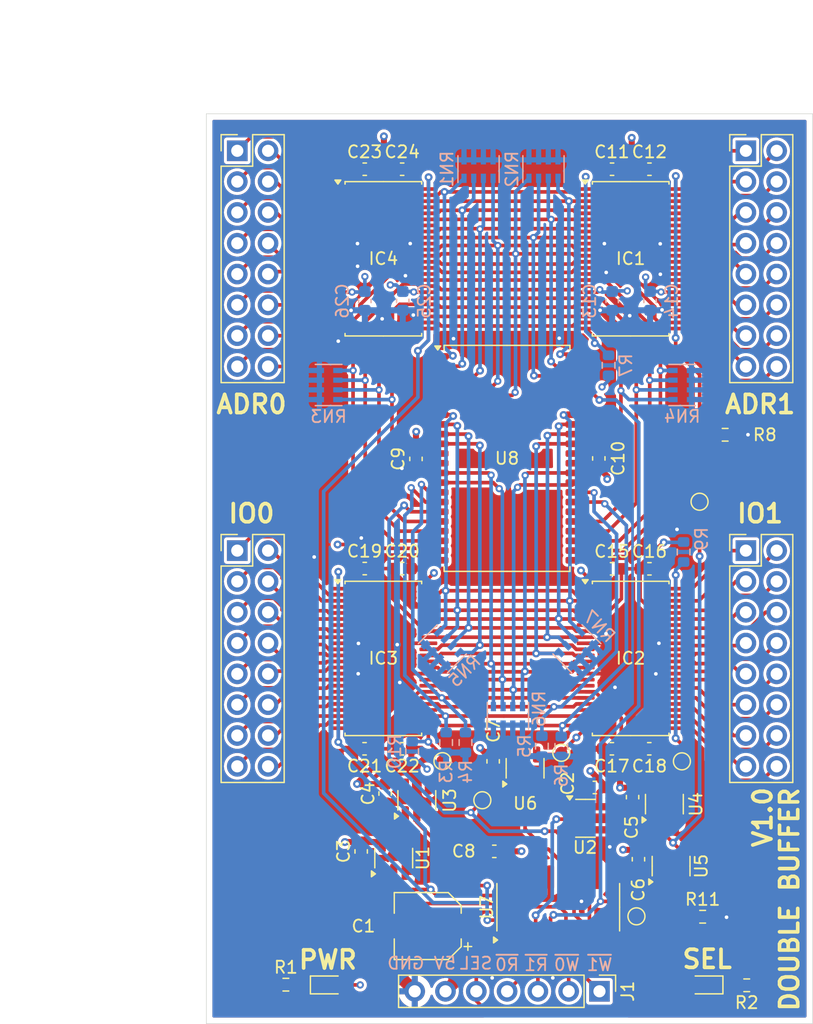
<source format=kicad_pcb>
(kicad_pcb (version 20240108) (generator "pcbnew") (generator_version "8.0")
  (title_block (title "AOS16 Double Buffer") (date "2025-03-31") (rev "V1.0") (company "Aryaman Jain"))
  (layers (0 "F.Cu" signal) (1 "In1.Cu" signal) (2 "In2.Cu" signal) (31 "B.Cu" signal) (34 "B.Paste" user) (35 "F.Paste" user) (36 "B.SilkS" user "B.Silkscreen") (37 "F.SilkS" user "F.Silkscreen") (38 "B.Mask" user) (39 "F.Mask" user) (44 "Edge.Cuts" user))
  (net 0 "")
  (net 1 "/word_conn/IN7")
  (net 2 "GND")
  (net 3 "/word_conn/IN4")
  (net 4 "/word_conn/IN5")
  (net 5 "/word_conn/IN2")
  (net 6 "/word_conn/IN11")
  (net 7 "/word_conn/IN15")
  (net 8 "/word_conn/IN13")
  (net 9 "/word_conn/IN3")
  (net 10 "/word_conn/IN9")
  (net 11 "/word_conn/IN12")
  (net 12 "/word_conn/IN0")
  (net 13 "/word_conn/IN6")
  (net 14 "/word_conn/IN14")
  (net 15 "/word_conn/IN10")
  (net 16 "/word_conn/IN8")
  (net 17 "/word_conn/IN1")
  (net 18 "/W1")
  (net 19 "/~{W0}")
  (net 20 "/~{W1}")
  (net 21 "/word_conn1/IN4")
  (net 22 "/word_conn1/IN13")
  (net 23 "/word_conn1/IN11")
  (net 24 "/word_conn1/IN2")
  (net 25 "/word_conn1/IN14")
  (net 26 "/word_conn1/IN7")
  (net 27 "/word_conn1/IN9")
  (net 28 "/word_conn1/IN5")
  (net 29 "/word_conn1/IN1")
  (net 30 "/word_conn1/IN8")
  (net 31 "/word_conn1/IN0")
  (net 32 "/word_conn1/IN6")
  (net 33 "/word_conn1/IN3")
  (net 34 "/word_conn1/IN10")
  (net 35 "/word_conn1/IN15")
  (net 36 "/word_conn1/IN12")
  (net 37 "/word_conn2/IN13")
  (net 38 "/word_conn2/IN1")
  (net 39 "/word_conn2/IN10")
  (net 40 "/word_conn2/IN7")
  (net 41 "/word_conn2/IN12")
  (net 42 "/word_conn2/IN8")
  (net 43 "/word_conn2/IN5")
  (net 44 "/word_conn2/IN4")
  (net 45 "/word_conn2/IN14")
  (net 46 "/word_conn2/IN9")
  (net 47 "/word_conn2/IN6")
  (net 48 "/word_conn2/IN2")
  (net 49 "/word_conn2/IN3")
  (net 50 "/word_conn2/IN15")
  (net 51 "/word_conn2/IN11")
  (net 52 "/word_conn2/IN0")
  (net 53 "/word_conn3/IN8")
  (net 54 "/word_conn3/IN7")
  (net 55 "/word_conn3/IN6")
  (net 56 "/word_conn3/IN14")
  (net 57 "/word_conn3/IN15")
  (net 58 "/word_conn3/IN9")
  (net 59 "/word_conn3/IN10")
  (net 60 "/word_conn3/IN1")
  (net 61 "/word_conn3/IN3")
  (net 62 "/word_conn3/IN0")
  (net 63 "/word_conn3/IN2")
  (net 64 "/word_conn3/IN5")
  (net 65 "/word_conn3/IN4")
  (net 66 "/word_conn3/IN11")
  (net 67 "/word_conn3/IN12")
  (net 68 "/word_conn3/IN13")
  (net 69 "/SEL")
  (net 70 "/~{SEL}")
  (net 71 "/~{R0}")
  (net 72 "/~{R1}")
  (net 73 "/~{W}")
  (net 74 "/~{R}")
  (net 75 "Net-(D1-K)")
  (net 76 "Net-(D2-K)")
  (net 77 "Net-(U1-Pad4)")
  (net 78 "Net-(U2-Pad4)")
  (net 81 "+5V")
  (net 82 "/~{E1}")
  (net 83 "/~{E0}")
  (net 84 "/RAM_INA0")
  (net 85 "/RAM_INA6")
  (net 86 "/RAM_INA9")
  (net 87 "/RAM_INA3")
  (net 88 "/RAM_INA13")
  (net 89 "/RAM_INA11")
  (net 90 "/RAM_INA2")
  (net 91 "/RAM_INA4")
  (net 92 "/RAM_INA1")
  (net 93 "/RAM_INA10")
  (net 94 "/RAM_INA15")
  (net 95 "/RAM_INA7")
  (net 96 "/RAM_INA14")
  (net 97 "/RAM_INA12")
  (net 98 "/RAM_INA8")
  (net 99 "/RAM_INA5")
  (net 100 "/RAM_IO15")
  (net 101 "/RAM_IO8")
  (net 102 "/RAM_IO14")
  (net 103 "/RAM_IO1")
  (net 104 "/RAM_IO5")
  (net 105 "/RAM_IO11")
  (net 106 "/RAM_IO13")
  (net 107 "/RAM_IO4")
  (net 108 "/RAM_IO10")
  (net 109 "/RAM_IO9")
  (net 110 "/RAM_IO6")
  (net 111 "/RAM_IO7")
  (net 112 "/RAM_IO2")
  (net 113 "/RAM_IO0")
  (net 114 "/RAM_IO12")
  (net 115 "/RAM_IO3")
  (net 116 "/tri-state buffer1/A2B")
  (footprint "Package_TO_SOT_SMD:SOT-23-5" (layer "F.Cu") (at 159.705 106.9775 90)
    (property "Reference" "U4")
    (property "Value" "74AHCT1G32" (hide yes))
  )
  (footprint "Resistor_SMD:R_0603_1608Metric" (layer "F.Cu") (at 166.495 121.91 180)
    (property "Reference" "R2")
    (property "Value" "100")
  )
  (footprint "Capacitor_SMD:C_0603_1608Metric" (layer "F.Cu") (at 136.67 106.105 -90)
    (property "Reference" "C4")
    (property "Value" "0.1uF" (hide yes))
  )
  (footprint "Resistor_SMD:R_0603_1608Metric" (layer "F.Cu") (at 128.485 121.86)
    (property "Reference" "R1")
    (property "Value" "100")
  )
  (footprint "Package_SO:SOIC-16_3.9x9.9mm_P1.27mm" (layer "F.Cu") (at 150.95 115.475 90)
    (property "Reference" "U7")
    (property "Value" "74LVC157" (hide yes))
  )
  (footprint "Capacitor_SMD:C_0603_1608Metric" (layer "F.Cu") (at 138.075 87.56)
    (property "Reference" "C20")
    (property "Value" "0.01uF" (hide yes))
  )
  (footprint "Package_TO_SOT_SMD:SOT-23-5" (layer "F.Cu") (at 148.215 104.0225 90)
    (property "Reference" "U6")
    (property "Value" "74AHCT1G04" (hide yes))
  )
  (footprint "LED_SMD:LED_0603_1608Metric" (layer "F.Cu") (at 163.0475 121.88 180)
    (property "Reference" "D2" (hide yes))
    (property "Value" "LED" (hide yes))
  )
  (footprint "Capacitor_SMD:C_0603_1608Metric" (layer "F.Cu") (at 134.695 110.875 -90)
    (property "Reference" "C3")
    (property "Value" "0.1uF" (hide yes))
  )
  (footprint "Capacitor_SMD:C_0603_1608Metric" (layer "F.Cu") (at 134.975 102.415 180)
    (property "Reference" "C21")
    (property "Value" "0.01uF" (hide yes))
  )
  (footprint "Capacitor_SMD:C_0603_1608Metric" (layer "F.Cu") (at 155.3875 87.58 180)
    (property "Reference" "C15")
    (property "Value" "0.01uF" (hide yes))
  )
  (footprint "Capacitor_SMD:C_0603_1608Metric" (layer "F.Cu") (at 154.295 78.48 90)
    (property "Reference" "C10")
    (property "Value" "0.1uF" (hide yes))
  )
  (footprint "Package_SO:TSSOP-48_6.1x12.5mm_P0.5mm" (layer "F.Cu") (at 156.9225 62.025)
    (property "Reference" "IC1")
    (property "Value" "SN74AHCT16245DGVR" (hide yes))
  )
  (footprint "Package_TO_SOT_SMD:SOT-23-5" (layer "F.Cu") (at 153.1925 108.145)
    (property "Reference" "U2")
    (property "Value" "74AHCT1G08" (hide yes))
  )
  (footprint "Package_SO:TSOP-II-44_10.16x18.41mm_P0.8mm" (layer "F.Cu") (at 146.725 78.47625)
    (property "Reference" "U8")
    (property "Value" "71016S12PHG8" (hide yes))
  )
  (footprint "Capacitor_SMD:C_0603_1608Metric" (layer "F.Cu") (at 139.215 78.52 -90)
    (property "Reference" "C9")
    (property "Value" "0.1uF" (hide yes))
  )
  (footprint "Capacitor_SMD:C_0603_1608Metric" (layer "F.Cu") (at 134.99 54.64 180)
    (property "Reference" "C23")
    (property "Value" "0.01uF" (hide yes))
  )
  (footprint "Package_SO:TSSOP-48_6.1x12.5mm_P0.5mm" (layer "F.Cu") (at 136.525 62.025)
    (property "Reference" "IC4")
    (property "Value" "SN74AHCT16245DGVR" (hide yes))
  )
  (footprint "Capacitor_SMD:C_0603_1608Metric" (layer "F.Cu") (at 157.565 111.52 -90)
    (property "Reference" "C6")
    (property "Value" "0.1uF" (hide yes))
  )
  (footprint "Connector_PinHeader_2.54mm:PinHeader_2x08_P2.54mm_Vertical" (layer "F.Cu") (at 166.425 86.08)
    (property "Reference" "J5" (hide yes))
    (property "Value" "Conn_02x08_Top_Bottom" (hide yes))
  )
  (footprint "Capacitor_SMD:C_0603_1608Metric" (layer "F.Cu") (at 138.06 102.415)
    (property "Reference" "C22")
    (property "Value" "0.01uF" (hide yes))
  )
  (footprint "Capacitor_SMD:C_0603_1608Metric" (layer "F.Cu") (at 134.99 87.56 180)
    (property "Reference" "C19")
    (property "Value" "0.01uF" (hide yes))
  )
  (footprint "Capacitor_SMD:C_0603_1608Metric" (layer "F.Cu") (at 153.97 105.605 180)
    (property "Reference" "C2")
    (property "Value" "0.1uF" (hide yes))
  )
  (footprint "Capacitor_SMD:C_0603_1608Metric" (layer "F.Cu") (at 155.3875 54.64 180)
    (property "Reference" "C11")
    (property "Value" "0.01uF" (hide yes))
  )
  (footprint "Package_SO:TSSOP-48_6.1x12.5mm_P0.5mm" (layer "F.Cu") (at 156.9225 94.9675)
    (property "Reference" "IC2")
    (property "Value" "SN74AHCT16245DGVR" (hide yes))
  )
  (footprint "Package_TO_SOT_SMD:SOT-23-5" (layer "F.Cu") (at 160.2575 112.085 90)
    (property "Reference" "U5")
    (property "Value" "74AHCT1G04" (hide yes))
  )
  (footprint "Resistor_SMD:R_0603_1608Metric" (layer "F.Cu") (at 164.715 76.53)
    (property "Reference" "R8")
    (property "Value" "1k")
  )
  (footprint "TestPoint:TestPoint_Pad_D1.0mm" (layer "F.Cu") (at 151.2 102.745)
    (property "Reference" "TP4" (hide yes))
    (property "Value" "W1")
  )
  (footprint "Capacitor_SMD:C_0603_1608Metric" (layer "F.Cu") (at 155.3725 102.415 180)
    (property "Reference" "C17")
    (property "Value" "0.01uF" (hide yes))
  )
  (footprint "Capacitor_SMD:C_0603_1608Metric" (layer "F.Cu") (at 158.4725 54.64)
    (property "Reference" "C12")
    (property "Value" "0.01uF" (hide yes))
  )
  (footprint "Connector_PinHeader_2.54mm:PinHeader_2x08_P2.54mm_Vertical" (layer "F.Cu") (at 166.425 53.1225)
    (property "Reference" "J3" (hide yes))
    (property "Value" "Conn_02x08_Top_Bottom" (hide yes))
  )
  (footprint "Capacitor_SMD:C_0603_1608Metric" (layer "F.Cu") (at 138.075 54.64)
    (property "Reference" "C24")
    (property "Value" "0.01uF" (hide yes))
  )
  (footprint "Resistor_SMD:R_0603_1608Metric" (layer "F.Cu") (at 162.86 116.26)
    (property "Reference" "R11")
    (property "Value" "1k")
  )
  (footprint "Capacitor_SMD:C_0603_1608Metric" (layer "F.Cu") (at 157.08 106.4 -90)
    (property "Reference" "C5")
    (property "Value" "0.1uF" (hide yes))
  )
  (footprint "Capacitor_SMD:C_0603_1608Metric" (layer "F.Cu") (at 145.58 103.45 -90)
    (property "Reference" "C7")
    (property "Value" "0.1uF" (hide yes))
  )
  (footprint "TestPoint:TestPoint_Pad_D1.0mm" (layer "F.Cu") (at 144.69 106.655)
    (property "Reference" "TP6" (hide yes))
    (property "Value" "~{W}")
  )
  (footprint "TestPoint:TestPoint_Pad_D1.0mm" (layer "F.Cu") (at 162.605 82.05)
    (property "Reference" "TP3" (hide yes))
    (property "Value" "~{SEL}")
  )
  (footprint "Capacitor_SMD:C_0603_1608Metric" (layer "F.Cu") (at 158.4575 102.415)
    (property "Reference" "C18")
    (property "Value" "0.01uF" (hide yes))
  )
  (footprint "Package_TO_SOT_SMD:SOT-23-5" (layer "F.Cu") (at 137.38 111.425 90)
    (property "Reference" "U1")
    (property "Value" "74AHCT1G08" (hide yes))
  )
  (footprint "Package_TO_SOT_SMD:SOT-23-5" (layer "F.Cu") (at 139.285 106.6675 90)
    (property "Reference" "U3")
    (property "Value" "74AHCT1G32" (hide yes))
  )
  (footprint "Capacitor_SMD:CP_Elec_5x5.3" (layer "F.Cu") (at 140.185 117.03 180)
    (property "Reference" "C1")
    (property "Value" "100 uF" (hide yes))
  )
  (footprint "Package_SO:TSSOP-48_6.1x12.5mm_P0.5mm" (layer "F.Cu") (at 136.525 94.9675)
    (property "Reference" "IC3")
    (property "Value" "SN74AHCT16245DGVR" (hide yes))
  )
  (footprint "Capacitor_SMD:C_0603_1608Metric" (layer "F.Cu") (at 145.675 110.87 180)
    (property "Reference" "C8")
    (property "Value" "0.1uF" (hide yes))
  )
  (footprint "Connector_PinHeader_2.54mm:PinHeader_1x07_P2.54mm_Vertical" (layer "F.Cu") (at 154.35 122.405 -90)
    (property "Reference" "J1")
    (property "Value" "Conn_01x07_Pin" (hide yes))
  )
  (footprint "Capacitor_SMD:C_0603_1608Metric" (layer "F.Cu") (at 158.4725 87.58)
    (property "Reference" "C16")
    (property "Value" "0.01uF" (hide yes))
  )
  (footprint "TestPoint:TestPoint_Pad_D1.0mm" (layer "F.Cu") (at 157.4 116.225)
    (property "Reference" "TP5" (hide yes))
    (property "Value" "~{R}")
  )
  (footprint "TestPoint:TestPoint_Pad_D1.0mm" (layer "F.Cu") (at 161.15 103.45)
    (property "Reference" "TP2" (hide yes))
    (property "Value" "~{E1}")
  )
  (footprint "Connector_PinHeader_2.54mm:PinHeader_2x08_P2.54mm_Vertical" (layer "F.Cu") (at 124.475 86.08)
    (property "Reference" "J4" (hide yes))
    (property "Value" "Conn_02x08_Top_Bottom" (hide yes))
  )
  (footprint "Connector_PinHeader_2.54mm:PinHeader_2x08_P2.54mm_Vertical" (layer "F.Cu") (at 124.475 53.1225)
    (property "Reference" "J2" (hide yes))
    (property "Value" "Conn_02x08_Top_Bottom" (hide yes))
  )
  (footprint "LED_SMD:LED_0603_1608Metric" (layer "F.Cu") (at 131.9925 121.88)
    (property "Reference" "D1" (hide yes))
    (property "Value" "LED")
  )
  (footprint "TestPoint:TestPoint_Pad_D1.0mm" (layer "F.Cu") (at 141.4 103.435)
    (property "Reference" "TP1" (hide yes))
    (property "Value" "~{E0}")
  )
  (footprint "Resistor_SMD:R_0603_1608Metric" (layer "B.Cu") (at 141.7 101.9 -90)
    (property "Reference" "R3")
    (property "Value" "1k")
  )
  (footprint "Resistor_SMD:R_Cat16-4" (layer "B.Cu") (at 141.390442 94.170244 45)
    (property "Reference" "RN5")
    (property "Value" "R_Pack04" (hide yes))
  )
  (footprint "Capacitor_SMD:C_0603_1608Metric" (layer "B.Cu") (at 135 65.495 -90)
    (property "Reference" "C26")
    (property "Value" "0.01uF" (hide yes))
  )
  (footprint "Resistor_SMD:R_Cat16-4" (layer "B.Cu") (at 152.486127 94.170244 135)
    (property "Reference" "RN7")
    (property "Value" "R_Pack04" (hide yes))
  )
  (footprint "Resistor_SMD:R_Cat16-4" (layer "B.Cu") (at 149.73 54.63 -90)
    (property "Reference" "RN2")
    (property "Value" "R_Pack04" (hide yes))
  )
  (footprint "Resistor_SMD:R_Cat16-4" (layer "B.Cu") (at 161.175 72.43 180)
    (property "Reference" "RN4")
    (property "Value" "R_Pack04" (hide yes))
  )
  (footprint "Capacitor_SMD:C_0603_1608Metric" (layer "B.Cu") (at 158.5225 65.495 -90)
    (property "Reference" "C14")
    (property "Value" "0.01uF" (hide yes))
  )
  (footprint "Resistor_SMD:R_Cat16-4" (layer "B.Cu") (at 132.01 72.43)
    (property "Reference" "RN3")
    (property "Value" "R_Pack04" (hide yes))
  )
  (footprint "Resistor_SMD:R_0603_1608Metric" (layer "B.Cu") (at 155.1 70.805 90)
    (property "Reference" "R7")
    (property "Value" "1k")
  )
  (footprint "Resistor_SMD:R_0603_1608Metric" (layer "B.Cu") (at 151.2 102.225 -90)
    (property "Reference" "R6")
    (property "Value" "1k" (hide yes))
  )
  (footprint "Resistor_SMD:R_0603_1608Metric" (layer "B.Cu") (at 161.29 86.195 90)
    (property "Reference" "R9")
    (property "Value" "1k")
  )
  (footprint "Resistor_SMD:R_0603_1608Metric" (layer "B.Cu") (at 138.9 102.645 -90)
    (property "Reference" "R10")
    (property "Value" "1k")
  )
  (footprint "Resistor_SMD:R_0603_1608Metric" (layer "B.Cu") (at 149.6 102.2 -90)
    (property "Reference" "R5")
    (property "Value" "1k")
  )
  (footprint "Resistor_SMD:R_Cat16-4" (layer "B.Cu") (at 144.375 54.63 -90)
    (property "Reference" "RN1")
    (property "Value" "R_Pack04" (hide yes))
  )
  (footprint "Resistor_SMD:R_0603_1608Metric" (layer "B.Cu") (at 143.3 101.9 -90)
    (property "Reference" "R4")
    (property "Value" "1k" (hide yes))
  )
  (footprint "Resistor_SMD:R_Cat16-4" (layer "B.Cu") (at 146.8 99.7 90)
    (property "Reference" "RN6")
    (property "Value" "R_Pack04" (hide yes))
  )
  (footprint "Capacitor_SMD:C_0603_1608Metric" (layer "B.Cu") (at 155.3975 65.495 -90)
    (property "Reference" "C13")
    (property "Value" "0.01uF" (hide yes))
  )
  (footprint "Capacitor_SMD:C_0603_1608Metric" (layer "B.Cu") (at 138.125 65.495 -90)
    (property "Reference" "C25")
    (property "Value" "0.01uF" (hide yes))
  )
  (gr_line (start 121.925 50.07) (end 171.925 50.07) (stroke (width 0.05)) (layer "Edge.Cuts"))
  (gr_line (start 171.925 125.07) (end 121.925 125.07) (stroke (width 0.05)) (layer "Edge.Cuts"))
  (gr_line (start 121.925 125.07) (end 121.925 50.07) (stroke (width 0.05)) (layer "Edge.Cuts"))
  (gr_line (start 171.925 50.07) (end 171.925 125.07) (stroke (width 0.05)) (layer "Edge.Cuts"))
  (gr_text "5V\n" (at 142.6 120.679167 0) (layer "B.SilkS") (effects (font (size 1 1)) (justify left bottom mirror)))
  (gr_text "~{R1}\n" (at 150.2 120.8 0) (layer "B.SilkS") (effects (font (size 1 1)) (justify left bottom mirror)))
  (gr_text "~{W0}\n" (at 152.8 120.8 0) (layer "B.SilkS") (effects (font (size 1 1)) (justify left bottom mirror)))
  (gr_text "GND" (at 140 120.679167 0) (layer "B.SilkS") (effects (font (size 1 1)) (justify left bottom mirror)))
  (gr_text "SEL\n" (at 145.6 120.679167 0) (layer "B.SilkS") (effects (font (size 1 1)) (justify left bottom mirror)))
  (gr_text "~{W1}\n" (at 155.5 120.8 0) (layer "B.SilkS") (effects (font (size 1 1)) (justify left bottom mirror)))
  (gr_text "~{R0}\n" (at 147.8 120.8 0) (layer "B.SilkS") (effects (font (size 1 1)) (justify left bottom mirror)))
  (gr_text "IO0" (at 123.592857 83.9 0) (layer "F.SilkS") (effects (font (size 1.5 1.5) (thickness 0.3) (bold yes)) (justify left bottom)))
  (gr_text "PWR" (at 129.395 120.685 0) (layer "F.SilkS") (effects (font (size 1.5 1.5) (thickness 0.3) (bold yes)) (justify left bottom)))
  (gr_text "ADR0\n" (at 122.592858 74.9 0) (layer "F.SilkS") (effects (font (size 1.5 1.5) (thickness 0.3) (bold yes)) (justify left bottom)))
  (gr_text "DOUBLE BUFFER" (at 170.9 124.2 90) (layer "F.SilkS") (effects (font (size 1.5 1.5) (thickness 0.3) (bold yes)) (justify left bottom)))
  (gr_text "SEL\n" (at 161.035 120.635 0) (layer "F.SilkS") (effects (font (size 1.5 1.5) (thickness 0.3) (bold yes)) (justify left bottom)))
  (gr_text "IO1" (at 165.542857 83.9 0) (layer "F.SilkS") (effects (font (size 1.5 1.5) (thickness 0.3) (bold yes)) (justify left bottom)))
  (gr_text "ADR1\n" (at 164.542858 74.9 0) (layer "F.SilkS") (effects (font (size 1.5 1.5) (thickness 0.3) (bold yes)) (justify left bottom)))
  (gr_text "V1.0\n" (at 168.69 110.685 90) (layer "F.SilkS") (effects (font (size 1.5 1.5) (thickness 0.3) (bold yes)) (justify left bottom)))
  (segment (start 127.015 60.7425) (end 127.8625 61.59) (width 0.3) (layer "F.Cu") (net 1))
  (segment (start 127.8625 61.59) (end 131.714406 61.59) (width 0.3) (layer "F.Cu") (net 1))
  (segment (start 131.899406 61.775) (end 132.8125 61.775) (width 0.3) (layer "F.Cu") (net 1))
  (segment (start 131.714406 61.59) (end 131.899406 61.775) (width 0.3) (layer "F.Cu") (net 1))
  (segment (start 156.85 86.57) (end 159.09 84.33) (width 0.3) (layer "F.Cu") (net 2))
  (segment (start 154.5975 102.415) (end 154.5975 99.831696) (width 0.3) (layer "F.Cu") (net 2))
  (segment (start 134.215 87.56) (end 133.26 86.605) (width 0.3) (layer "F.Cu") (net 2))
  (segment (start 160.167499 106.965) (end 160.655 107.452501) (width 0.5) (layer "F.Cu") (net 2))
  (segment (start 146.79 79.84) (end 146.79 81.79) (width 0.3) (layer "F.Cu") (net 2))
  (segment (start 138.745 60.775) (end 138.74 60.77) (width 0.3) (layer "F.Cu") (net 2))
  (segment (start 159.2475 87.58) (end 159.2475 90.198504) (width 0.3) (layer "F.Cu") (net 2))
  (segment (start 157.29 106.965) (end 160.167499 106.965) (width 0.5) (layer "F.Cu") (net 2))
  (segment (start 132.8125 99.2175) (end 133.585804 99.2175) (width 0.3) (layer "F.Cu") (net 2))
  (segment (start 133.585804 99.2175) (end 134.2 99.831696) (width 0.3) (layer "F.Cu") (net 2))
  (segment (start 153.983304 90.7175) (end 153.21 90.7175) (width 0.3) (layer "F.Cu") (net 2))
  (segment (start 159.2475 54.64) (end 159.2475 57.256004) (width 0.3) (layer "F.Cu") (net 2))
  (segment (start 159.395 63.275) (end 159.37 63.3) (width 0.3) (layer "F.Cu") (net 2))
  (segment (start 159.51 66.24) (end 159.545 66.275) (width 0.3) (layer "F.Cu") (net 2))
  (segment (start 138.33 111.900001) (end 138.33 112.5625) (width 0.5) (layer "F.Cu") (net 2))
  (segment (start 149.165 104.662132) (end 149.165 105.16) (width 0.5) (layer "F.Cu") (net 2))
  (segment (start 154.395 66.275) (end 154.4 66.27) (width 0.3) (layer "F.Cu") (net 2))
  (segment (start 154.5975 99.831696) (end 153.983304 99.2175) (width 0.3) (layer "F.Cu") (net 2))
  (segment (start 132.8125 67.775) (end 132.8125 68.8075) (width 0.3) (layer "F.Cu") (net 2))
  (segment (start 159.861696 99.2175) (end 160.635 99.2175) (width 0.3) (layer "F.Cu") (net 2))
  (segment (start 132.8125 57.775) (end 133.585804 57.775) (width 0.3) (layer "F.Cu") (net 2))
  (segment (start 137.985 117.03) (end 137.985 121.28) (width 1) (layer "F.Cu") (net 2))
  (segment (start 132.8125 66.275) (end 133.86 66.275) (width 0.3) (layer "F.Cu") (net 2))
  (segment (start 160.655 107.452501) (end 160.655 108.115) (width 0.5) (layer "F.Cu") (net 2))
  (segment (start 160.635 63.275) (end 159.395 63.275) (width 0.3) (layer "F.Cu") (net 2))
  (segment (start 160.635 93.7175) (end 159.2525 93.7175) (width 0.3) (layer "F.Cu") (net 2))
  (segment (start 134.215 57.145804) (end 134.215 54.64) (width 0.3) (layer "F.Cu") (net 2))
  (segment (start 153.92375 78.07625) (end 152.3125 78.07625) (width 0.5) (layer "F.Cu") (net 2))
  (segment (start 154.6125 90.088304) (end 153.983304 90.7175) (width 0.3) (layer "F.Cu") (net 2))
  (segment (start 134.935 111.41) (end 137.839999 111.41) (width 0.5) (layer "F.Cu") (net 2))
  (segment (start 140.2375 60.775) (end 138.745 60.775) (width 0.3) (layer "F.Cu") (net 2))
  (segment (start 159.2475 90.198504) (end 159.766496 90.7175) (width 0.3) (layer "F.Cu") (net 2))
  (segment (start 140.2375 63.275) (end 138.49 63.275) (width 0.3) (layer "F.Cu") (net 2))
  (segment (start 140.2375 66.275) (end 139.38 66.275) (width 0.3) (layer "F.Cu") (net 2))
  (segment (start 132.8125 68.8075) (end 132.805 68.815) (width 0.3) (layer "F.Cu") (net 2))
  (segment (start 154.6125 87.58) (end 154.6125 90.088304) (width 0.3) (layer "F.Cu") (net 2))
  (segment (start 138.85 90.103304) (end 139.464196 90.7175) (width 0.3) (layer "F.Cu") (net 2))
  (segment (start 139.464196 99.2175) (end 140.2375 99.2175) (width 0.3) (layer "F.Cu") (net 2))
  (segment (start 153.21 60.775) (end 154.755 60.775) (width 0.3) (layer "F.Cu") (net 2))
  (segment (start 139.464196 90.7175) (end 140.2375 90.7175) (width 0.3) (layer "F.Cu") (net 2))
  (segment (start 145.805 104) (end 148.502868 104) (width 0.5) (layer "F.Cu") (net 2))
  (segment (start 154.1025 93.7175) (end 154.89 92.93) (width 0.3) (layer "F.Cu") (net 2))
  (segment (start 153.21 63.275) (end 154.78 63.275) (width 0.3) (layer "F.Cu") (net 2))
  (segment (start 152.855 114.98) (end 152.865 114.99) (width 0.3) (layer "F.Cu") (net 2))
  (segment (start 133.585804 57.775) (end 134.215 57.145804) (width 0.3) (layer "F.Cu") (net 2))
  (segment (start 134.695 111.65) (end 134.935 111.41) (width 0.5) (layer "F.Cu") (net 2))
  (segment (start 145.58 104.225) (end 145.805 104) (width 0.5) (layer "F.Cu") (net 2))
  (segment (start 133.26 86.605) (end 130.82 86.605) (width 0.3) (layer "F.Cu") (net 2))
  (segment (start 139.215 79.295) (end 139.63375 78.87625) (width 0.5) (layer "F.Cu") (net 2))
  (segment (start 138.6125 96.2175) (end 137.88 96.95) (width 0.3) (layer "F.Cu") (net 2))
  (segment (start 139.667968 106.7401) (end 140.235 107.307132) (width 0.5) (layer "F.Cu") (net 2))
  (segment (start 140.2375 96.2175) (end 138.6125 96.2175) (width 0.3) (layer "F.Cu") (net 2))
  (segment (start 153.983304 99.2175) (end 153.21 99.2175) (width 0.3) (layer "F.Cu") (net 2))
  (segment (start 153.983304 57.775) (end 154.6125 57.145804) (width 0.3) (layer "F.Cu") (net 2))
  (segment (start 159.766496 57.775) (end 160.635 57.775) (width 0.3) (layer "F.Cu") (net 2))
  (segment (start 157.565 112.295) (end 157.775 112.085) (width 0.5) (layer "F.Cu") (net 2))
  (segment (start 160.635 60.775) (end 159.375 60.775) (width 0.3) (layer "F.Cu") (net 2))
  (segment (start 132.8125 60.775) (end 134.385 60.775) (width 0.3) (layer "F.Cu") (net 2))
  (segment (start 136.67 106.88) (end 136.8099 106.7401) (width 0.5) (layer "F.Cu") (net 2))
  (segment (start 139.215 79.295) (end 138.05 79.295) (width 0.5) (layer "F.Cu") (net 2))
  (segment (start 133.585804 90.7175) (end 134.215 90.088304) (width 0.3) (layer "F.Cu") (net 2))
  (segment (start 139.63375 78.87625) (end 141.1375 78.87625) (width 0.5) (layer "F.Cu") (net 2))
  (segment (start 138.13 86.56) (end 138.85 87.28) (width 0.3) (layer "F.Cu") (net 2))
  (segment (start 153.21 57.775) (end 153.983304 57.775) (width 0.3) (layer "F.Cu") (net 2))
  (segment (start 160.567868 112.085) (end 161.2075 112.724632) (width 0.5) (layer "F.Cu") (net 2))
  (segment (start 159.2325 99.846696) (end 159.861696 99.2175) (width 0.3) (layer "F.Cu") (net 2))
  (segment (start 153.195 105.605) (end 153.195 108.452868) (width 0.5) (layer "F.Cu") (net 2))
  (segment (start 140.2375 93.7175) (end 137.7825 93.7175) (width 0.3) (layer "F.Cu") (net 2))
  (segment (start 138.835 99.846696) (end 139.464196 99.2175) (width 0.3) (layer "F.Cu") (net 2))
  (segment (start 139.38 66.275) (end 138.995 66.66) (width 0.3) (layer "F.Cu") (net 2))
  (segment (start 154.295 77.705) (end 153.92375 78.07625) (width 0.5) (layer "F.Cu") (net 2))
  (segment (start 137.985 121.28) (end 139.11 122.405) (width 1) (layer "F.Cu") (net 2))
  (segment (start 154.78 63.275) (end 154.905 63.15) (width 0.3) (layer "F.Cu") (net 2))
  (segment (start 146.76 79.81) (end 146.79 79.84) (width 0.3) (layer "F.Cu") (net 2))
  (segment (start 154.6125 87.58) (end 155.6225 86.57) (width 0.3) (layer "F.Cu") (net 2))
  (segment (start 137.839999 111.41) (end 138.33 111.900001) (width 0.5) (layer "F.Cu") (net 2))
  (segment (start 132.8125 93.7175) (end 134.4575 93.7175) (width 0.3) (layer "F.Cu") (net 2))
  (segment (start 138.49 63.275) (end 138.345 63.42) (width 0.3) (layer "F.Cu") (net 2))
  (segment (start 134.4575 93.7175) (end 134.47 93.73) (width 0.3) (layer "F.Cu") (net 2))
  (segment (start 153.195 108.452868) (end 152.552868 109.095) (width 0.5) (layer "F.Cu") (net 2))
  (segment (start 154.125 111.575) (end 155.2 110.5) (width 0.3) (layer "F.Cu") (net 2))
  (segment (start 160.635 96.2175) (end 159.0225 96.2175) (width 0.3) (layer "F.Cu") (net 2))
  (segment (start 132.8125 90.7175) (end 133.585804 90.7175) (width 0.3) (layer "F.Cu") (net 2))
  (segment (start 159.766496 90.7175) (end 160.635 90.7175) (width 0.3) (layer "F.Cu") (net 2))
  (segment (start 159.545 66.275) (end 160.635 66.275) (width 0.3) (layer "F.Cu") (net 2))
  (segment (start 139.368996 57.775) (end 140.2375 57.775) (width 0.3) (layer "F.Cu") (net 2))
  (segment (start 136.225 86.56) (end 138.13 86.56) (width 0.3) (layer "F.Cu") (net 2))
  (segment (start 157.08 107.175) (end 157.29 106.965) (width 0.5) (layer "F.Cu") (net 2))
  (segment (start 159.375 60.775) (end 159.36 60.79) (width 0.3) (layer "F.Cu") (net 2))
  (segment (start 153.21 96.2175) (end 154.4975 96.2175) (width 0.3) (layer "F.Cu") (net 2))
  (segment (start 132.8125 96.2175) (end 134.4375 96.2175) (width 0.3) (layer "F.Cu") (net 2))
  (segment (start 159.09 84.33) (end 160.745 84.33) (width 0.3) (layer "F.Cu") (net 2))
  (segment (start 132.8125 63.275) (end 133.765 63.275) (width 0.3) (layer "F.Cu") (net 2))
  (segment (start 159.2475 57.256004) (end 159.766496 57.775) (width 0.3) (layer "F.Cu") (net 2))
  (segment (start 154.125 113) (end 154.125 111.575) (width 0.3) (layer "F.Cu") (net 2))
  (segment (start 138.85 87.56) (end 138.85 90.103304) (width 0.3) (layer "F.Cu") (net 2))
  (segment (start 157.775 112.085) (end 160.567868 112.085) (width 0.5) (layer "F.Cu") (net 2))
  (segment (start 138.835 102.415) (end 138.835 99.846696) (width 0.3) (layer "F.Cu") (net 2))
  (segment (start 138.85 87.28) (end 138.85 87.56) (width 0.3) (layer "F.Cu") (net 2))
  (segment (start 137.7825 93.7175) (end 137.67 93.83) (width 0.3) (layer "F.Cu") (net 2))
  (segment (start 154.6125 57.145804) (end 154.6125 54.64) (width 0.3) (layer "F.Cu") (net 2))
  (segment (start 152.855 113) (end 152.855 114.98) (width 0.3) (layer "F.Cu") (net 2))
  (segment (start 134.4375 96.2175) (end 134.45 96.23) (width 0.3) (layer "F.Cu") (net 2))
  (segment (start 138.85 54.64) (end 138.85 57.256004) (width 0.3) (layer "F.Cu") (net 2))
  (segment (start 134.215 90.088304) (end 134.215 87.56) (width 0.3) (layer "F.Cu") (net 2))
  (segment (start 155.6225 86.57) (end 156.85 86.57) (width 0.3) (layer "F.Cu") (net 2))
  (segment (start 148.502868 104) (end 149.165 104.662132) (width 0.5) (layer "F.Cu") (net 2))
  (segment (start 140.235 107.307132) (end 140.235 107.805) (width 0.5) (layer "F.Cu") (net 2))
  (segment (start 154.4975 96.2175) (end 155.63 97.35) (width 0.3) (layer "F.Cu") (net 2))
  (segment (start 159.2325 102.415) (end 159.2325 99.846696) (width 0.3) (layer "F.Cu") (net 2))
  (segment (start 159.0225 96.2175) (end 159 96.24) (width 0.3) (layer "F.Cu") (net 2))
  (segment (start 153.21 66.275) (end 154.395 66.275) (width 0.3) (layer "F.Cu") (net 2))
  (segment (start 134.385 60.775) (end 134.39 60.77) (width 0.3) (layer "F.Cu") (net 2))
  (segment (start 134.2 99.831696) (end 134.2 102.415) (width 0.3) (layer "F.Cu") (net 2))
  (segment (start 134.705 85.04) (end 136.225 86.56) (width 0.3) (layer "F.Cu") (net 2))
  (segment (start 152.552868 109.095) (end 152.055 109.095) (width 0.5) (layer "F.Cu") (net 2))
  (segment (start 133.765 63.275) (end 134.4 62.64) (width 0.3) (layer "F.Cu") (net 2))
  (segment (start 136.8099 106.7401) (end 139.667968 106.7401) (width 0.5) (layer "F.Cu") (net 2))
  (segment (start 153.21 93.7175) (end 154.1025 93.7175) (width 0.3) (layer "F.Cu") (net 2))
  (segment (start 161.2075 112.724632) (end 161.2075 113.2225) (width 0.5) (layer "F.Cu") (net 2))
  (segment (start 138.85 57.256004) (end 139.368996 57.775) (width 0.3) (layer "F.Cu") (net 2))
  (via (at 154.755 60.775) (size 0.6) (drill 0.3) (layers "F.Cu" "B.Cu") (net 2))
  (via (at 138.05 79.295) (size 0.65) (drill 0.3) (layers "F.Cu" "B.Cu") (net 2))
  (via (at 159.51 66.24) (size 0.6) (drill 0.3) (layers "F.Cu" "B.Cu") (net 2))
  (via (at 159.2525 93.7175) (size 0.6) (drill 0.3) (layers "F.Cu" "B.Cu") (net 2))
  (via (at 134.705 85.04) (size 0.65) (drill 0.3) (layers "F.Cu" "B.Cu") (net 2))
  (via (at 137.67 93.83) (size 0.6) (drill 0.3) (layers "F.Cu" "B.Cu") (net 2))
  (via (at 154.905 63.15) (size 0.65) (drill 0.3) (layers "F.Cu" "B.Cu") (net 2))
  (via (at 154.89 92.93) (size 0.6) (drill 0.3) (layers "F.Cu" "B.Cu") (net 2))
  (via (at 136.425 66.975) (size 0.6) (drill 0.3) (layers "F.Cu" "B.Cu") (net 2))
  (via (at 159 96.24) (size 0.6) (drill 0.3) (layers "F.Cu" "B.Cu") (net 2))
  (via (at 134.45 96.23) (size 0.6) (drill 0.3) (layers "F.Cu" "B.Cu") (net 2))
  (via (at 133.86 66.275) (size 0.6) (drill 0.3) (layers "F.Cu" "B.Cu") (net 2))
  (via (at 138.345 63.42) (size 0.65) (drill 0.3) (layers "F.Cu" "B.Cu") (net 2))
  (via (at 134.39 60.77) (size 0.6) (drill 0.3) (layers "F.Cu" "B.Cu") (net 2))
  (via (at 134.4 62.64) (size 0.6) (drill 0.3) (layers "F.Cu" "B.Cu") (net 2))
  (via (at 138.74 60.77) (size 0.6) (drill 0.3) (layers "F.Cu" "B.Cu") (net 2))
  (via (at 137.88 96.95) (size 0.6) (drill 0.3) (layers "F.Cu" "B.Cu") (net 2))
  (via (at 150.5 121.3) (size 0.65) (drill 0.3) (layers "F.Cu" "B.Cu") (net 2))
  (via (at 155.63 97.35) (size 0.6) (drill 0.3) (layers "F.Cu" "B.Cu") (net 2))
  (via (at 134.47 93.73) (size 0.6) (drill 0.3) (layers "F.Cu" "B.Cu") (net 2))
  (via (at 142.31 68.61) (size 0.6) (drill 0.3) (layers "F.Cu" "B.Cu") (net 2))
  (via (at 130.82 86.605) (size 0.65) (drill 0.3) (layers "F.Cu" "B.Cu") (net 2))
  (via (at 155.2 110.5) (size 0.6) (drill 0.3) (layers "F.Cu" "B.Cu") (net 2))
  (via (at 151.03 68.575) (size 0.6) (drill 0.3) (layers "F.Cu" "B.Cu") (net 2))
  (via (at 159.37 63.3) (size 0.6) (drill 0.3) (layers "F.Cu" "B.Cu") (net 2))
  (via (at 145.5 121.3) (size 0.65) (drill 0.3) (layers "F.Cu" "B.Cu") (net 2))
  (via (at 138.995 66.66) (size 0.6) (drill 0.3) (layers "F.Cu" "B.Cu") (net 2))
  (via (at 152.865 114.99) (size 0.6) (drill 0.3) (layers "F.Cu" "B.Cu") (net 2))
  (via (at 160.745 84.33) (size 0.65) (drill 0.3) (layers "F.Cu" "B.Cu") (net 2))
  (via (at 156.845 66.715) (size 0.6) (drill 0.3) (layers "F.Cu" "B.Cu") (net 2))
  (via (at 132.805 68.815) (size 0.65) (drill 0.3) (layers "F.Cu" "B.Cu") (net 2))
  (via (at 159.36 60.79) (size 0.6) (drill 0.3) (layers "F.Cu" "B.Cu") (net 2))
  (via (at 154.4 66.27) (size 0.6) (drill 0.3) (layers "F.Cu" "B.Cu") (net 2))
  (segment (start 133.865 66.27) (end 133.86 66.275) (width 0.3) (layer "B.Cu") (net 2))
  (segment (start 155.3975 66.27) (end 154.2625 66.27) (width 0.3) (layer "B.Cu") (net 2))
  (segment (start 156.845 66.715) (end 157.295 66.265) (width 0.3) (layer "B.Cu") (net 2))
  (segment (start 138.605 66.27) (end 138.995 66.66) (width 0.3) (layer "B.Cu") (net 2))
  (segment (start 135.72 66.27) (end 135 66.27) (width 0.3) (layer "B.Cu") (net 2))
  (segment (start 136.425 66.975) (end 137.135 66.265) (width 0.3) (layer "B.Cu") (net 2))
  (segment (start 157.295 66.265) (end 158.5175 66.265) (width 0.3) (layer "B.Cu") (net 2))
  (segment (start 156.4 66.27) (end 155.3975 66.27) (width 0.3) (layer "B.Cu") (net 2))
  (segment (start 138.12 66.265) (end 138.125 66.27) (width 0.3) (layer "B.Cu") (net 2))
  (segment (start 136.425 66.975) (end 135.72 66.27) (width 0.3) (layer "B.Cu") (net 2))
  (segment (start 159.51 66.24) (end 159.48 66.27) (width 0.3) (layer "B.Cu") (net 2))
  (segment (start 156.845 66.715) (end 156.4 66.27) (width 0.3) (layer "B.Cu") (net 2))
  (segment (start 135 66.27) (end 133.865 66.27) (width 0.3) (layer "B.Cu") (net 2))
  (segment (start 137.135 66.265) (end 138.12 66.265) (width 0.3) (layer "B.Cu") (net 2))
  (segment (start 159.48 66.27) (end 158.5225 66.27) (width 0.3) (layer "B.Cu") (net 2))
  (segment (start 138.125 66.27) (end 138.605 66.27) (width 0.3) (layer "B.Cu") (net 2))
  (segment (start 132.039196 59.775) (end 132.8125 59.775) (width 0.3) (layer "F.Cu") (net 3))
  (segment (start 130.26771 59.555) (end 131.819196 59.555) (width 0.3) (layer "F.Cu") (net 3))
  (segment (start 127.76281 57.0501) (end 130.26771 59.555) (width 0.3) (layer "F.Cu") (net 3))
  (segment (start 131.819196 59.555) (end 132.039196 59.775) (width 0.3) (layer "F.Cu") (net 3))
  (segment (start 124.475 58.2025) (end 125.6274 57.0501) (width 0.3) (layer "F.Cu") (net 3))
  (segment (start 125.6274 57.0501) (end 127.76281 57.0501) (width 0.3) (layer "F.Cu") (net 3))
  (segment (start 129.76 60.275) (end 132.8125 60.275) (width 0.3) (layer "F.Cu") (net 4))
  (segment (start 127.6875 58.2025) (end 129.76 60.275) (width 0.3) (layer "F.Cu") (net 4))
  (segment (start 127.015 58.2025) (end 127.6875 58.2025) (width 0.3) (layer "F.Cu") (net 4))
  (segment (start 132.039196 58.275) (end 132.8125 58.275) (width 0.3) (layer "F.Cu") (net 5))
  (segment (start 127.7401 54.5101) (end 131.29 58.06) (width 0.3) (layer "F.Cu") (net 5))
  (segment (start 131.824196 58.06) (end 132.039196 58.275) (width 0.3) (layer "F.Cu") (net 5))
  (segment (start 131.29 58.06) (end 131.824196 58.06) (width 0.3) (layer "F.Cu") (net 5))
  (segment (start 124.475 55.6625) (end 125.6274 54.5101) (width 0.3) (layer "F.Cu") (net 5))
  (segment (start 125.6274 54.5101) (end 127.7401 54.5101) (width 0.3) (layer "F.Cu") (net 5))
  (segment (start 131.754196 64.56) (end 132.039196 64.275) (width 0.3) (layer "F.Cu") (net 6))
  (segment (start 127.015 65.8225) (end 128.5675 65.8225) (width 0.3) (layer "F.Cu") (net 6))
  (segment (start 129.83 64.56) (end 131.754196 64.56) (width 0.3) (layer "F.Cu") (net 6))
  (segment (start 128.5675 65.8225) (end 129.83 64.56) (width 0.3) (layer "F.Cu") (net 6))
  (segment (start 132.039196 64.275) (end 132.8125 64.275) (width 0.3) (layer "F.Cu") (net 6))
  (segment (start 132.039196 67.275) (end 132.8125 67.275) (width 0.3) (layer "F.Cu") (net 7))
  (segment (start 128.411696 70.9025) (end 132.039196 67.275) (width 0.3) (layer "F.Cu") (net 7))
  (segment (start 127.015 70.9025) (end 128.411696 70.9025) (width 0.3) (layer "F.Cu") (net 7))
  (segment (start 131.155 66.055) (end 131.759196 66.055) (width 0.3) (layer "F.Cu") (net 8))
  (segment (start 127.015 68.3625) (end 128.8475 68.3625) (width 0.3) (layer "F.Cu") (net 8))
  (segment (start 131.759196 66.055) (end 132.039196 65.775) (width 0.3) (layer "F.Cu") (net 8))
  (segment (start 128.8475 68.3625) (end 131.155 66.055) (width 0.3) (layer "F.Cu") (net 8))
  (segment (start 132.039196 65.775) (end 132.8125 65.775) (width 0.3) (layer "F.Cu") (net 8))
  (segment (start 127.6575 55.6625) (end 130.77 58.775) (width 0.3) (layer "F.Cu") (net 9))
  (segment (start 130.77 58.775) (end 132.8125 58.775) (width 0.3) (layer "F.Cu") (net 9))
  (segment (start 127.015 55.6625) (end 127.6575 55.6625) (width 0.3) (layer "F.Cu") (net 9))
  (segment (start 132.039196 62.775) (end 132.8125 62.775) (width 0.3) (layer "F.Cu") (net 10))
  (segment (start 127.2125 63.085) (end 131.729196 63.085) (width 0.3) (layer "F.Cu") (net 10))
  (segment (start 131.729196 63.085) (end 132.039196 62.775) (width 0.3) (layer "F.Cu") (net 10))
  (segment (start 127.015 63.2825) (end 127.2125 63.085) (width 0.3) (layer "F.Cu") (net 10))
  (segment (start 125.6274 67.2101) (end 128.7849 67.2101) (width 0.3) (layer "F.Cu") (net 11))
  (segment (start 130.72 65.275) (end 132.8125 65.275) (width 0.3) (layer "F.Cu") (net 11))
  (segment (start 128.7849 67.2101) (end 130.72 65.275) (width 0.3) (layer "F.Cu") (net 11))
  (segment (start 124.475 68.3625) (end 125.6274 67.2101) (width 0.3) (layer "F.Cu") (net 11))
  (segment (start 125.6274 51.9701) (end 128.3551 51.9701) (width 0.3) (layer "F.Cu") (net 12))
  (segment (start 130.105 54.840804) (end 132.039196 56.775) (width 0.3) (layer "F.Cu") (net 12))
  (segment (start 130.105 53.72) (end 130.105 54.840804) (width 0.3) (layer "F.Cu") (net 12))
  (segment (start 132.039196 56.775) (end 132.8125 56.775) (width 0.3) (layer "F.Cu") (net 12))
  (segment (start 124.475 53.1225) (end 125.6274 51.9701) (width 0.3) (layer "F.Cu") (net 12))
  (segment (start 128.3551 51.9701) (end 130.105 53.72) (width 0.3) (layer "F.Cu") (net 12))
  (segment (start 124.475 60.7425) (end 125.6274 59.5901) (width 0.3) (layer "F.Cu") (net 13))
  (segment (start 132.039196 61.275) (end 132.8125 61.275) (width 0.3) (layer "F.Cu") (net 13))
  (segment (start 129.07771 60.905) (end 131.669196 60.905) (width 0.3) (layer "F.Cu") (net 13))
  (segment (start 125.6274 59.5901) (end 127.76281 59.5901) (width 0.3) (layer "F.Cu") (net 13))
  (segment (start 131.669196 60.905) (end 132.039196 61.275) (width 0.3) (layer "F.Cu") (net 13))
  (segment (start 127.76281 59.5901) (end 129.07771 60.905) (width 0.3) (layer "F.Cu") (net 13))
  (segment (start 131.495 66.775) (end 132.8125 66.775) (width 0.3) (layer "F.Cu") (net 14))
  (segment (start 125.8626 69.5149) (end 128.7551 69.5149) (width 0.3) (layer "F.Cu") (net 14))
  (segment (start 124.475 70.9025) (end 125.8626 69.5149) (width 0.3) (layer "F.Cu") (net 14))
  (segment (start 128.7551 69.5149) (end 131.495 66.775) (width 0.3) (layer "F.Cu") (net 14))
  (segment (start 127.8999 64.6701) (end 128.795 63.775) (width 0.3) (layer "F.Cu") (net 15))
  (segment (start 128.795 63.775) (end 132.8125 63.775) (width 0.3) (layer "F.Cu") (net 15))
  (segment (start 125.6274 64.6701) (end 127.8999 64.6701) (width 0.3) (layer "F.Cu") (net 15))
  (segment (start 124.475 65.8225) (end 125.6274 64.6701) (width 0.3) (layer "F.Cu") (net 15))
  (segment (start 127.52761 61.8949) (end 128.12271 62.49) (width 0.3) (layer "F.Cu") (net 16))
  (segment (start 125.8626 61.8949) (end 127.52761 61.8949) (width 0.3) (layer "F.Cu") (net 16))
  (segment (start 131.899406 62.275) (end 132.8125 62.275) (width 0.3) (layer "F.Cu") (net 16))
  (segment (start 128.12271 62.49) (end 131.684406 62.49) (width 0.3) (layer "F.Cu") (net 16))
  (segment (start 131.684406 62.49) (end 131.899406 62.275) (width 0.3) (layer "F.Cu") (net 16))
  (segment (start 124.475 63.2825) (end 125.8626 61.8949) (width 0.3) (layer "F.Cu") (net 16))
  (segment (start 131.535 57.275) (end 132.8125 57.275) (width 0.3) (layer "F.Cu") (net 17))
  (segment (start 127.3825 53.1225) (end 131.535 57.275) (width 0.3) (layer "F.Cu") (net 17))
  (segment (start 127.015 53.1225) (end 127.3825 53.1225) (width 0.3) (layer "F.Cu") (net 17))
  (segment (start 152.445 101.485) (end 151.045 102.885) (width 0.3) (layer "F.Cu") (net 18))
  (segment (start 151.045 102.885) (end 149.165 102.885) (width 0.3) (layer "F.Cu") (net 18))
  (segment (start 152.825 87.72) (end 153.22 88.115) (width 0.3) (layer "F.Cu") (net 18))
  (segment (start 153.22 89.2075) (end 153.21 89.2175) (width 0.3) (layer "F.Cu") (net 18))
  (segment (start 152.445 101.485) (end 153.21 100.72) (width 0.3) (layer "F.Cu") (net 18))
  (segment (start 153.21 100.72) (end 153.21 100.7175) (width 0.3) (layer "F.Cu") (net 18))
  (segment (start 153.22 88.115) (end 153.22 89.2075) (width 0.3) (layer "F.Cu") (net 18))
  (via (at 152.825 87.72) (size 0.65) (drill 0.3) (layers "F.Cu" "B.Cu") (net 18))
  (via (at 152.445 101.485) (size 0.65) (drill 0.3) (layers "F.Cu" "B.Cu") (net 18))
  (segment (start 137.38 113.224999) (end 137.38 112.5625) (width 0.3) (layer "F.Cu") (net 19))
  (segment (start 132.8125 87.8275) (end 132.81 87.825) (width 0.3) (layer "F.Cu") (net 19))
  (segment (start 140.43 114.015) (end 140.925 114.51) (width 0.3) (layer "F.Cu") (net 19))
  (segment (start 138.170001 114.015) (end 137.38 113.224999) (width 0.3) (layer "F.Cu") (net 19))
  (segment (start 140.925 114.51) (end 145.89479 114.51) (width 0.3) (layer "F.Cu") (net 19))
  (segment (start 151.06 115.44) (end 151.585 115.965) (width 0.3) (layer "F.Cu") (net 19))
  (segment (start 132.8125 100.7175) (end 132.8125 101.8525) (width 0.3) (layer "F.Cu") (net 19))
  (segment (start 140.43 114.015) (end 138.170001 114.015) (width 0.3) (layer "F.Cu") (net 19))
  (segment (start 151.585 115.965) (end 151.585 117.95) (width 0.3) (layer "F.Cu") (net 19))
  (segment (start 145.89479 114.51) (end 146.82479 115.44) (width 0.3) (layer "F.Cu") (net 19))
  (segment (start 132.8125 89.2175) (end 132.8125 87.8275) (width 0.3) (layer "F.Cu") (net 19))
  (segment (start 132.8125 101.8525) (end 132.81 101.855) (width 0.3) (layer "F.Cu") (net 19))
  (segment (start 151.81 118.175) (end 151.585 117.95) (width 0.3) (layer "F.Cu") (net 19))
  (segment (start 151.81 122.405) (end 151.81 118.175) (width 0.3) (layer "F.Cu") (net 19))
  (segment (start 146.82479 115.44) (end 151.06 115.44) (width 0.3) (layer "F.Cu") (net 19))
  (via (at 140.43 114.015) (size 0.65) (drill 0.3) (layers "F.Cu" "B.Cu") (net 19))
  (via (at 132.81 87.825) (size 0.65) (drill 0.3) (layers "F.Cu" "B.Cu") (net 19))
  (via (at 132.81 101.855) (size 0.65) (drill 0.3) (layers "F.Cu" "B.Cu") (net 19))
  (segment (start 140.43 114.015) (end 139.97 113.555) (width 0.3) (layer "B.Cu") (net 19))
  (segment (start 139.97 109.055) (end 132.81 101.895) (width 0.3) (layer "B.Cu") (net 19))
  (segment (start 132.81 101.855) (end 132.81 87.825) (width 0.3) (layer "B.Cu") (net 19))
  (segment (start 132.81 101.895) (end 132.81 101.855) (width 0.3) (layer "B.Cu") (net 19))
  (segment (start 139.97 113.555) (end 139.97 109.055) (width 0.3) (layer "B.Cu") (net 19))
  (segment (start 152.815 116.61) (end 152.815 117.91) (width 0.3) (layer "F.Cu") (net 20))
  (segment (start 148.23 106.04) (end 149.385 107.195) (width 0.3) (layer "F.Cu") (net 20))
  (segment (start 152.815 117.91) (end 152.855 117.95) (width 0.3) (layer "F.Cu") (net 20))
  (segment (start 149.875 110.69) (end 150.135 110.69) (width 0.3) (layer "F.Cu") (net 20))
  (segment (start 149.385 107.195) (end 152.055 107.195) (width 0.3) (layer "F.Cu") (net 20))
  (segment (start 154.35 122.405) (end 152.855 120.91) (width 0.3) (layer "F.Cu") (net 20))
  (segment (start 150.135 110.69) (end 151.1676 111.7226) (width 0.3) (layer "F.Cu") (net 20))
  (segment (start 148.215 105.16) (end 148.215 109.03) (width 0.3) (layer "F.Cu") (net 20))
  (segment (start 151.1676 111.7226) (end 151.926546 111.7226) (width 0.3) (layer "F.Cu") (net 20))
  (segment (start 152.2526 116.0476) (end 152.815 116.61) (width 0.3) (layer "F.Cu") (net 20))
  (segment (start 152.2526 112.048654) (end 152.2526 116.0476) (width 0.3) (layer "F.Cu") (net 20))
  (segment (start 152.855 120.91) (end 152.855 117.95) (width 0.3) (layer "F.Cu") (net 20))
  (segment (start 148.215 109.03) (end 149.875 110.69) (width 0.3) (layer "F.Cu") (net 20))
  (segment (start 151.926546 111.7226) (end 152.2526 112.048654) (width 0.3) (layer "F.Cu") (net 20))
  (segment (start 165.9125 58.2025) (end 164.585 59.53) (width 0.3) (layer "F.Cu") (net 21))
  (segment (start 161.408304 59.775) (end 160.635 59.775) (width 0.3) (layer "F.Cu") (net 21))
  (segment (start 161.653304 59.53) (end 161.408304 59.775) (width 0.3) (layer "F.Cu") (net 21))
  (segment (start 164.585 59.53) (end 161.653304 59.53) (width 0.3) (layer "F.Cu") (net 21))
  (segment (start 166.425 58.2025) (end 165.9125 58.2025) (width 0.3) (layer "F.Cu") (net 21))
  (segment (start 168.965 68.3625) (end 167.8126 69.5149) (width 0.3) (layer "F.Cu") (net 22))
  (segment (start 161.408304 65.775) (end 160.635 65.775) (width 0.3) (layer "F.Cu") (net 22))
  (segment (start 165.9149 69.5149) (end 164.2 67.8) (width 0.3) (layer "F.Cu") (net 22))
  (segment (start 164.2 67.8) (end 164.2 67.61) (width 0.3) (layer "F.Cu") (net 22))
  (segment (start 164.2 67.61) (end 162.63 66.04) (width 0.3) (layer "F.Cu") (net 22))
  (segment (start 161.673304 66.04) (end 161.408304 65.775) (width 0.3) (layer "F.Cu") (net 22))
  (segment (start 167.8126 69.5149) (end 165.9149 69.5149) (width 0.3) (layer "F.Cu") (net 22))
  (segment (start 162.63 66.04) (end 161.673304 66.04) (width 0.3) (layer "F.Cu") (net 22))
  (segment (start 165.7199 66.9749) (end 163.3 64.555) (width 0.3) (layer "F.Cu") (net 23))
  (segment (start 163.3 64.555) (end 161.688304 64.555) (width 0.3) (layer "F.Cu") (net 23))
  (segment (start 161.688304 64.555) (end 161.408304 64.275) (width 0.3) (layer "F.Cu") (net 23))
  (segment (start 161.408304 64.275) (end 160.635 64.275) (width 0.3) (layer "F.Cu") (net 23))
  (segment (start 168.965 65.8225) (end 167.8126 66.9749) (width 0.3) (layer "F.Cu") (net 23))
  (segment (start 167.8126 66.9749) (end 165.7199 66.9749) (width 0.3) (layer "F.Cu") (net 23))
  (segment (start 160.635 58.275) (end 161.408304 58.275) (width 0.3) (layer "F.Cu") (net 24))
  (segment (start 162.895 58.075) (end 165.3075 55.6625) (width 0.3) (layer "F.Cu") (net 24))
  (segment (start 161.608304 58.075) (end 162.895 58.075) (width 0.3) (layer "F.Cu") (net 24))
  (segment (start 165.3075 55.6625) (end 166.425 55.6625) (width 0.3) (layer "F.Cu") (net 24))
  (segment (start 161.408304 58.275) (end 161.608304 58.075) (width 0.3) (layer "F.Cu") (net 24))
  (segment (start 166.3875 70.9025) (end 162.26 66.775) (width 0.3) (layer "F.Cu") (net 25))
  (segment (start 166.425 70.9025) (end 166.3875 70.9025) (width 0.3) (layer "F.Cu") (net 25))
  (segment (start 162.26 66.775) (end 160.635 66.775) (width 0.3) (layer "F.Cu") (net 25))
  (segment (start 161.548094 61.775) (end 161.813094 61.51) (width 0.3) (layer "F.Cu") (net 26))
  (segment (start 165.56276 61.51) (end 166.01776 61.965) (width 0.3) (layer "F.Cu") (net 26))
  (segment (start 160.635 61.775) (end 161.548094 61.775) (width 0.3) (layer "F.Cu") (net 26))
  (segment (start 166.01776 61.965) (end 167.7425 61.965) (width 0.3) (layer "F.Cu") (net 26))
  (segment (start 161.813094 61.51) (end 165.56276 61.51) (width 0.3) (layer "F.Cu") (net 26))
  (segment (start 167.7425 61.965) (end 168.965 60.7425) (width 0.3) (layer "F.Cu") (net 26))
  (segment (start 168.965 63.2825) (end 167.8126 64.4349) (width 0.3) (layer "F.Cu") (net 27))
  (segment (start 165.6149 64.4349) (end 164.3 63.12) (width 0.3) (layer "F.Cu") (net 27))
  (segment (start 161.408304 62.775) (end 160.635 62.775) (width 0.3) (layer "F.Cu") (net 27))
  (segment (start 167.8126 64.4349) (end 165.6149 64.4349) (width 0.3) (layer "F.Cu") (net 27))
  (segment (start 164.3 63.12) (end 161.753304 63.12) (width 0.3) (layer "F.Cu") (net 27))
  (segment (start 161.753304 63.12) (end 161.408304 62.775) (width 0.3) (layer "F.Cu") (net 27))
  (segment (start 167.7225 59.445) (end 168.965 58.2025) (width 0.3) (layer "F.Cu") (net 28))
  (segment (start 165.86 59.445) (end 167.7225 59.445) (width 0.3) (layer "F.Cu") (net 28))
  (segment (start 160.635 60.275) (end 165.03 60.275) (width 0.3) (layer "F.Cu") (net 28))
  (segment (start 165.03 60.275) (end 165.86 59.445) (width 0.3) (layer "F.Cu") (net 28))
  (segment (start 168.965 53.1225) (end 167.6725 54.415) (width 0.3) (layer "F.Cu") (net 29))
  (segment (start 162.295 57.275) (end 160.635 57.275) (width 0.3) (layer "F.Cu") (net 29))
  (segment (start 165.155 54.415) (end 162.295 57.275) (width 0.3) (layer "F.Cu") (net 29))
  (segment (start 167.6725 54.415) (end 165.155 54.415) (width 0.3) (layer "F.Cu") (net 29))
  (segment (start 165.6525 62.51) (end 166.425 63.2825) (width 0.3) (layer "F.Cu") (net 30))
  (segment (start 161.783094 62.51) (end 165.6525 62.51) (width 0.3) (layer "F.Cu") (net 30))
  (segment (start 160.635 62.275) (end 161.548094 62.275) (width 0.3) (layer "F.Cu") (net 30))
  (segment (start 161.548094 62.275) (end 161.783094 62.51) (width 0.3) (layer "F.Cu") (net 30))
  (segment (start 160.635 56.775) (end 161.408304 56.775) (width 0.3) (layer "F.Cu") (net 31))
  (segment (start 165.060804 53.1225) (end 166.425 53.1225) (width 0.3) (layer "F.Cu") (net 31))
  (segment (start 161.408304 56.775) (end 165.060804 53.1225) (width 0.3) (layer "F.Cu") (net 31))
  (segment (start 166.3125 60.855) (end 166.425 60.7425) (width 0.3) (layer "F.Cu") (net 32))
  (segment (start 161.408304 61.275) (end 161.828304 60.855) (width 0.3) (layer "F.Cu") (net 32))
  (segment (start 160.635 61.275) (end 161.408304 61.275) (width 0.3) (layer "F.Cu") (net 32))
  (segment (start 161.828304 60.855) (end 166.3125 60.855) (width 0.3) (layer "F.Cu") (net 32))
  (segment (start 163.95229 58.775) (end 160.635 58.775) (width 0.3) (layer "F.Cu") (net 33))
  (segment (start 165.91239 56.8149) (end 163.95229 58.775) (width 0.3) (layer "F.Cu") (net 33))
  (segment (start 168.965 55.6625) (end 167.8126 56.8149) (width 0.3) (layer "F.Cu") (net 33))
  (segment (start 167.8126 56.8149) (end 165.91239 56.8149) (width 0.3) (layer "F.Cu") (net 33))
  (segment (start 165.66771 65.8225) (end 166.425 65.8225) (width 0.3) (layer "F.Cu") (net 34))
  (segment (start 163.62021 63.775) (end 165.66771 65.8225) (width 0.3) (layer "F.Cu") (net 34))
  (segment (start 160.635 63.775) (end 163.62021 63.775) (width 0.3) (layer "F.Cu") (net 34))
  (segment (start 167.8126 72.0549) (end 165.3999 72.0549) (width 0.3) (layer "F.Cu") (net 35))
  (segment (start 163.11 68.865) (end 161.52 67.275) (width 0.3) (layer "F.Cu") (net 35))
  (segment (start 168.965 70.9025) (end 167.8126 72.0549) (width 0.3) (layer "F.Cu") (net 35))
  (segment (start 161.52 67.275) (end 160.635 67.275) (width 0.3) (layer "F.Cu") (net 35))
  (segment (start 163.11 69.765) (end 163.11 68.865) (width 0.3) (layer "F.Cu") (net 35))
  (segment (start 165.3999 72.0549) (end 163.11 69.765) (width 0.3) (layer "F.Cu") (net 35))
  (segment (start 166.425 68.3625) (end 166.0575 68.3625) (width 0.3) (layer "F.Cu") (net 36))
  (segment (start 166.0575 68.3625) (end 162.97 65.275) (width 0.3) (layer "F.Cu") (net 36))
  (segment (start 162.97 65.275) (end 160.635 65.275) (width 0.3) (layer "F.Cu") (net 36))
  (segment (start 130.045 98.925) (end 131.831696 98.925) (width 0.3) (layer "F.Cu") (net 37))
  (segment (start 132.039196 98.7175) (end 132.8125 98.7175) (width 0.3) (layer "F.Cu") (net 37))
  (segment (start 127.015 101.32) (end 127.65 101.32) (width 0.3) (layer "F.Cu") (net 37))
  (segment (start 127.65 101.32) (end 130.045 98.925) (width 0.3) (layer "F.Cu") (net 37))
  (segment (start 131.831696 98.925) (end 132.039196 98.7175) (width 0.3) (layer "F.Cu") (net 37))
  (segment (start 127.015 86.08) (end 127.31 86.08) (width 0.3) (layer "F.Cu") (net 38))
  (segment (start 127.31 86.08) (end 131.4475 90.2175) (width 0.3) (layer "F.Cu") (net 38))
  (segment (start 131.4475 90.2175) (end 132.8125 90.2175) (width 0.3) (layer "F.Cu") (net 38))
  (segment (start 128.43771 96.7175) (end 132.8125 96.7175) (width 0.3) (layer "F.Cu") (net 39))
  (segment (start 127.76281 97.3924) (end 128.43771 96.7175) (width 0.3) (layer "F.Cu") (net 39))
  (segment (start 124.475 98.78) (end 125.8626 97.3924) (width 0.3) (layer "F.Cu") (net 39))
  (segment (start 125.8626 97.3924) (end 127.76281 97.3924) (width 0.3) (layer "F.Cu") (net 39))
  (segment (start 127.015 93.7) (end 127.895 94.58) (width 0.3) (layer "F.Cu") (net 40))
  (segment (start 127.895 94.58) (end 131.761906 94.58) (width 0.3) (layer "F.Cu") (net 40))
  (segment (start 131.761906 94.58) (end 131.899406 94.7175) (width 0.3) (layer "F.Cu") (net 40))
  (segment (start 131.899406 94.7175) (end 132.8125 94.7175) (width 0.3) (layer "F.Cu") (net 40))
  (segment (start 127.52761 100.1676) (end 129.47771 98.2175) (width 0.3) (layer "F.Cu") (net 41))
  (segment (start 124.475 101.32) (end 125.6274 100.1676) (width 0.3) (layer "F.Cu") (net 41))
  (segment (start 125.6274 100.1676) (end 127.52761 100.1676) (width 0.3) (layer "F.Cu") (net 41))
  (segment (start 129.47771 98.2175) (end 132.8125 98.2175) (width 0.3) (layer "F.Cu") (net 41))
  (segment (start 127.73021 95.055) (end 128.00521 95.33) (width 0.3) (layer "F.Cu") (net 42))
  (segment (start 131.786906 95.33) (end 131.899406 95.2175) (width 0.3) (layer "F.Cu") (net 42))
  (segment (start 128.00521 95.33) (end 131.786906 95.33) (width 0.3) (layer "F.Cu") (net 42))
  (segment (start 124.475 96.24) (end 125.66 95.055) (width 0.3) (layer "F.Cu") (net 42))
  (segment (start 125.66 95.055) (end 127.73021 95.055) (width 0.3) (layer "F.Cu") (net 42))
  (segment (start 131.899406 95.2175) (end 132.8125 95.2175) (width 0.3) (layer "F.Cu") (net 42))
  (segment (start 127.34 91.16) (end 129.3975 93.2175) (width 0.3) (layer "F.Cu") (net 43))
  (segment (start 127.015 91.16) (end 127.34 91.16) (width 0.3) (layer "F.Cu") (net 43))
  (segment (start 129.3975 93.2175) (end 132.8125 93.2175) (width 0.3) (layer "F.Cu") (net 43))
  (segment (start 127.49234 90.0076) (end 128.1674 90.68266) (width 0.3) (layer "F.Cu") (net 44))
  (segment (start 128.1674 90.68266) (end 128.1674 90.9624) (width 0.3) (layer "F.Cu") (net 44))
  (segment (start 125.6274 90.0076) (end 127.49234 90.0076) (width 0.3) (layer "F.Cu") (net 44))
  (segment (start 124.475 91.16) (end 125.6274 90.0076) (width 0.3) (layer "F.Cu") (net 44))
  (segment (start 132.039196 92.7175) (end 132.8125 92.7175) (width 0.3) (layer "F.Cu") (net 44))
  (segment (start 128.1674 90.9624) (end 129.745 92.54) (width 0.3) (layer "F.Cu") (net 44))
  (segment (start 131.861696 92.54) (end 132.039196 92.7175) (width 0.3) (layer "F.Cu") (net 44))
  (segment (start 129.745 92.54) (end 131.861696 92.54) (width 0.3) (layer "F.Cu") (net 44))
  (segment (start 127.76281 102.4724) (end 130.51771 99.7175) (width 0.3) (layer "F.Cu") (net 45))
  (segment (start 130.51771 99.7175) (end 132.8125 99.7175) (width 0.3) (layer "F.Cu") (net 45))
  (segment (start 124.475 103.86) (end 125.8626 102.4724) (width 0.3) (layer "F.Cu") (net 45))
  (segment (start 125.8626 102.4724) (end 127.76281 102.4724) (width 0.3) (layer "F.Cu") (net 45))
  (segment (start 127.24 96.015) (end 131.741696 96.015) (width 0.3) (layer "F.Cu") (net 46))
  (segment (start 127.015 96.24) (end 127.24 96.015) (width 0.3) (layer "F.Cu") (net 46))
  (segment (start 132.039196 95.7175) (end 132.8125 95.7175) (width 0.3) (layer "F.Cu") (net 46))
  (segment (start 131.741696 96.015) (end 132.039196 95.7175) (width 0.3) (layer "F.Cu") (net 46))
  (segment (start 131.641696 93.82) (end 132.039196 94.2175) (width 0.3) (layer "F.Cu") (net 47))
  (segment (start 132.039196 94.2175) (end 132.8125 94.2175) (width 0.3) (layer "F.Cu") (net 47))
  (segment (start 129.03521 93.82) (end 131.641696 93.82) (width 0.3) (layer "F.Cu") (net 47))
  (segment (start 125.8626 92.3124) (end 127.52761 92.3124) (width 0.3) (layer "F.Cu") (net 47))
  (segment (start 127.52761 92.3124) (end 129.03521 93.82) (width 0.3) (layer "F.Cu") (net 47))
  (segment (start 124.475 93.7) (end 125.8626 92.3124) (width 0.3) (layer "F.Cu") (net 47))
  (segment (start 130.865 91.035) (end 131.856696 91.035) (width 0.3) (layer "F.Cu") (net 48))
  (segment (start 131.856696 91.035) (end 132.039196 91.2175) (width 0.3) (layer "F.Cu") (net 48))
  (segment (start 128.1674 88.3374) (end 130.865 91.035) (width 0.3) (layer "F.Cu") (net 48))
  (segment (start 127.49234 87.4676) (end 128.1674 88.14266) (width 0.3) (layer "F.Cu") (net 48))
  (segment (start 125.6274 87.4676) (end 127.49234 87.4676) (width 0.3) (layer "F.Cu") (net 48))
  (segment (start 124.475 88.62) (end 125.6274 87.4676) (width 0.3) (layer "F.Cu") (net 48))
  (segment (start 128.1674 88.14266) (end 128.1674 88.3374) (width 0.3) (layer "F.Cu") (net 48))
  (segment (start 132.039196 91.2175) (end 132.8125 91.2175) (width 0.3) (layer "F.Cu") (net 48))
  (segment (start 127.015 88.62) (end 130.1125 91.7175) (width 0.3) (layer "F.Cu") (net 49))
  (segment (start 130.1125 91.7175) (end 132.8125 91.7175) (width 0.3) (layer "F.Cu") (net 49))
  (segment (start 127.015 103.86) (end 127.88 103.86) (width 0.3) (layer "F.Cu") (net 50))
  (segment (start 132.039196 100.2175) (end 132.8125 100.2175) (width 0.3) (layer "F.Cu") (net 50))
  (segment (start 127.88 103.86) (end 131.275 100.465) (width 0.3) (layer "F.Cu") (net 50))
  (segment (start 131.275 100.465) (end 131.791696 100.465) (width 0.3) (layer "F.Cu") (net 50))
  (segment (start 131.791696 100.465) (end 132.039196 100.2175) (width 0.3) (layer "F.Cu") (net 50))
  (segment (start 132.039196 97.2175) (end 132.8125 97.2175) (width 0.3) (layer "F.Cu") (net 51))
  (segment (start 127.015 98.78) (end 127.625 98.78) (width 0.3) (layer "F.Cu") (net 51))
  (segment (start 128.985 97.42) (end 131.836696 97.42) (width 0.3) (layer "F.Cu") (net 51))
  (segment (start 127.625 98.78) (end 128.985 97.42) (width 0.3) (layer "F.Cu") (net 51))
  (segment (start 131.836696 97.42) (end 132.039196 97.2175) (width 0.3) (layer "F.Cu") (net 51))
  (segment (start 129.41 87.115) (end 132.0125 89.7175) (width 0.3) (layer "F.Cu") (net 52))
  (segment (start 125.6274 84.9276) (end 127.49234 84.9276) (width 0.3) (layer "F.Cu") (net 52))
  (segment (start 132.0125 89.7175) (end 132.8125 89.7175) (width 0.3) (layer "F.Cu") (net 52))
  (segment (start 124.475 86.08) (end 125.6274 84.9276) (width 0.3) (layer "F.Cu") (net 52))
  (segment (start 129.41 86.84526) (end 129.41 87.115) (width 0.3) (layer "F.Cu") (net 52))
  (segment (start 127.49234 84.9276) (end 129.41 86.84526) (width 0.3) (layer "F.Cu") (net 52))
  (segment (start 166.02 96.24) (end 165.175 95.395) (width 0.3) (layer "F.Cu") (net 53))
  (segment (start 162.0925 95.2175) (end 160.635 95.2175) (width 0.3) (layer "F.Cu") (net 53))
  (segment (start 162.27 95.395) (end 162.0925 95.2175) (width 0.3) (layer "F.Cu") (net 53))
  (segment (start 166.425 96.24) (end 166.02 96.24) (width 0.3) (layer "F.Cu") (net 53))
  (segment (start 165.175 95.395) (end 162.27 95.395) (width 0.3) (layer "F.Cu") (net 53))
  (segment (start 162.1275 94.7175) (end 160.635 94.7175) (width 0.3) (layer "F.Cu") (net 54))
  (segment (start 165.925 95.03) (end 165.465 94.57) (width 0.3) (layer "F.Cu") (net 54))
  (segment (start 162.275 94.57) (end 162.1275 94.7175) (width 0.3) (layer "F.Cu") (net 54))
  (segment (start 165.465 94.57) (end 162.275 94.57) (width 0.3) (layer "F.Cu") (net 54))
  (segment (start 168.965 93.7) (end 167.635 95.03) (width 0.3) (layer "F.Cu") (net 54))
  (segment (start 167.635 95.03) (end 165.925 95.03) (width 0.3) (layer "F.Cu") (net 54))
  (segment (start 161.715804 93.91) (end 166.215 93.91) (width 0.3) (layer "F.Cu") (net 55))
  (segment (start 161.408304 94.2175) (end 161.715804 93.91) (width 0.3) (layer "F.Cu") (net 55))
  (segment (start 160.635 94.2175) (end 161.408304 94.2175) (width 0.3) (layer "F.Cu") (net 55))
  (segment (start 166.215 93.91) (end 166.425 93.7) (width 0.3) (layer "F.Cu") (net 55))
  (segment (start 161.77271 99.7175) (end 165.91521 103.86) (width 0.3) (layer "F.Cu") (net 56))
  (segment (start 160.635 99.7175) (end 161.77271 99.7175) (width 0.3) (layer "F.Cu") (net 56))
  (segment (start 165.91521 103.86) (end 166.425 103.86) (width 0.3) (layer "F.Cu") (net 56))
  (segment (start 167.7576 105.0124) (end 165.0924 105.0124) (width 0.3) (layer "F.Cu") (net 57))
  (segment (start 163.405 102.175) (end 161.4475 100.2175) (width 0.3) (layer "F.Cu") (net 57))
  (segment (start 161.4475 100.2175) (end 160.635 100.2175) (width 0.3) (layer "F.Cu") (net 57))
  (segment (start 168.965 103.86) (end 168.91 103.86) (width 0.3) (layer "F.Cu") (net 57))
  (segment (start 165.0924 105.0124) (end 163.405 103.325) (width 0.3) (layer "F.Cu") (net 57))
  (segment (start 163.405 103.325) (end 163.405 102.175) (width 0.3) (layer "F.Cu") (net 57))
  (segment (start 168.91 103.86) (end 167.7576 105.0124) (width 0.3) (layer "F.Cu") (net 57))
  (segment (start 163.58 96.04) (end 161.730804 96.04) (width 0.3) (layer "F.Cu") (net 58))
  (segment (start 161.730804 96.04) (end 161.408304 95.7175) (width 0.3) (layer "F.Cu") (net 58))
  (segment (start 161.408304 95.7175) (end 160.635 95.7175) (width 0.3) (layer "F.Cu") (net 58))
  (segment (start 167.67 97.535) (end 165.075 97.535) (width 0.3) (layer "F.Cu") (net 58))
  (segment (start 165.075 97.535) (end 163.58 96.04) (width 0.3) (layer "F.Cu") (net 58))
  (segment (start 168.965 96.24) (end 167.67 97.535) (width 0.3) (layer "F.Cu") (net 58))
  (segment (start 165.12 98.78) (end 163.0575 96.7175) (width 0.3) (layer "F.Cu") (net 59))
  (segment (start 166.425 98.78) (end 165.12 98.78) (width 0.3) (layer "F.Cu") (net 59))
  (segment (start 163.0575 96.7175) (end 160.635 96.7175) (width 0.3) (layer "F.Cu") (net 59))
  (segment (start 167.67 87.375) (end 165.385 87.375) (width 0.3) (layer "F.Cu") (net 60))
  (segment (start 165.385 87.375) (end 162.5425 90.2175) (width 0.3) (layer "F.Cu") (net 60))
  (segment (start 162.5425 90.2175) (end 160.635 90.2175) (width 0.3) (layer "F.Cu") (net 60))
  (segment (start 168.965 86.08) (end 167.67 87.375) (width 0.3) (layer "F.Cu") (net 60))
  (segment (start 163.96729 91.7175) (end 160.635 91.7175) (width 0.3) (layer "F.Cu") (net 61))
  (segment (start 167.8126 89.7724) (end 165.91239 89.7724) (width 0.3) (layer "F.Cu") (net 61))
  (segment (start 168.965 88.62) (end 167.8126 89.7724) (width 0.3) (layer "F.Cu") (net 61))
  (segment (start 165.91239 89.7724) (end 163.96729 91.7175) (width 0.3) (layer "F.Cu") (net 61))
  (segment (start 161.4825 89.7175) (end 165.12 86.08) (width 0.3) (layer "F.Cu") (net 62))
  (segment (start 160.635 89.7175) (end 161.4825 89.7175) (width 0.3) (layer "F.Cu") (net 62))
  (segment (start 165.12 86.08) (end 166.425 86.08) (width 0.3) (layer "F.Cu") (net 62))
  (segment (start 163.22 91.005) (end 165.605 88.62) (width 0.3) (layer "F.Cu") (net 63))
  (segment (start 165.605 88.62) (end 166.425 88.62) (width 0.3) (layer "F.Cu") (net 63))
  (segment (start 160.635 91.2175) (end 161.408304 91.2175) (width 0.3) (layer "F.Cu") (net 63))
  (segment (start 161.620804 91.005) (end 163.22 91.005) (width 0.3) (layer "F.Cu") (net 63))
  (segment (start 161.408304 91.2175) (end 161.620804 91.005) (width 0.3) (layer "F.Cu") (net 63))
  (segment (start 168.965 91.16) (end 168.05474 91.16) (width 0.3) (layer "F.Cu") (net 64))
  (segment (start 166.76474 92.45) (end 165.77479 92.45) (width 0.3) (layer "F.Cu") (net 64))
  (segment (start 168.05474 91.16) (end 166.76474 92.45) (width 0.3) (layer "F.Cu") (net 64))
  (segment (start 165.00729 93.2175) (end 160.635 93.2175) (width 0.3) (layer "F.Cu") (net 64))
  (segment (start 165.77479 92.45) (end 165.00729 93.2175) (width 0.3) (layer "F.Cu") (net 64))
  (segment (start 164.435 92.475) (end 165.75 91.16) (width 0.3) (layer "F.Cu") (net 65))
  (segment (start 165.75 91.16) (end 166.425 91.16) (width 0.3) (layer "F.Cu") (net 65))
  (segment (start 161.408304 92.7175) (end 161.650804 92.475) (width 0.3) (layer "F.Cu") (net 65))
  (segment (start 161.650804 92.475) (end 164.435 92.475) (width 0.3) (layer "F.Cu") (net 65))
  (segment (start 160.635 92.7175) (end 161.408304 92.7175) (width 0.3) (layer "F.Cu") (net 65))
  (segment (start 161.590804 97.4) (end 161.408304 97.2175) (width 0.3) (layer "F.Cu") (net 66))
  (segment (start 161.408304 97.2175) (end 160.635 97.2175) (width 0.3) (layer "F.Cu") (net 66))
  (segment (start 168.965 98.78) (end 167.8126 99.9324) (width 0.3) (layer "F.Cu") (net 66))
  (segment (start 167.8126 99.9324) (end 165.0124 99.9324) (width 0.3) (layer "F.Cu") (net 66))
  (segment (start 165.0124 99.9324) (end 162.48 97.4) (width 0.3) (layer "F.Cu") (net 66))
  (segment (start 162.48 97.4) (end 161.590804 97.4) (width 0.3) (layer "F.Cu") (net 66))
  (segment (start 166.425 101.32) (end 165.41 101.32) (width 0.3) (layer "F.Cu") (net 67))
  (segment (start 165.41 101.32) (end 162.3075 98.2175) (width 0.3) (layer "F.Cu") (net 67))
  (segment (start 162.3075 98.2175) (end 160.635 98.2175) (width 0.3) (layer "F.Cu") (net 67))
  (segment (start 161.7625 98.7175) (end 160.635 98.7175) (width 0.3) (layer "F.Cu") (net 68))
  (segment (start 165.5174 102.4724) (end 161.7625 98.7175) (width 0.3) (layer "F.Cu") (net 68))
  (segment (start 167.8126 102.4724) (end 165.5174 102.4724) (width 0.3) (layer "F.Cu") (net 68))
  (segment (start 168.965 101.32) (end 167.8126 102.4724) (width 0.3) (layer "F.Cu") (net 68))
  (segment (start 144.507501 113.69) (end 145.085 113.69) (width 0.3) (layer "F.Cu") (net 69))
  (segment (start 160.2575 115.96) (end 161.735 115.96) (width 0.3) (layer "F.Cu") (net 69))
  (segment (start 144.19 123.19) (end 145.06 124.06) (width 0.3) (layer "F.Cu") (net 69))
  (segment (start 140.2375 56.275) (end 140.2375 55.3175) (width 0.3) (layer "F.Cu") (net 69))
  (segment (start 144.19 122.405) (end 144.19 123.19) (width 0.3) (layer "F.Cu") (net 69))
  (segment (start 140.2375 55.3175) (end 140.255 55.3) (width 0.3) (layer "F.Cu") (net 69))
  (segment (start 160.1775 120.3375) (end 160.2575 120.2575) (width 0.3) (layer "F.Cu") (net 69))
  (segment (start 162.26 121.88) (end 161.72 121.88) (width 0.3) (layer "F.Cu") (net 69))
  (segment (start 160.2575 115.96) (end 160.2575 113.2225) (width 0.3) (layer "F.Cu") (net 69))
  (segment (start 160.2575 120.2575) (end 160.2575 115.96) (width 0.3) (layer "F.Cu") (net 69))
  (segment (start 139.375 69.61) (end 140.2375 68.7475) (width 0.3) (layer "F.Cu") (net 69))
  (segment (start 145.1 116.54) (end 146.015 116.54) (width 0.3) (layer "F.Cu") (net 69))
  (segment (start 140.2375 68.7475) (end 140.2375 67.775) (width 0.3) (layer "F.Cu") (net 69))
  (segment (start 161.72 121.88) (end 160.1775 120.3375) (width 0.3) (layer "F.Cu") (net 69))
  (segment (start 145.06 124.06) (end 156.455 124.06) (width 0.3) (layer "F.Cu") (net 69))
  (segment (start 146.015 116.54) (end 146.505 117.03) (width 0.3) (layer "F.Cu") (net 69))
  (segment (start 146.505 117.03) (end 146.505 117.95) (width 0.3) (layer "F.Cu") (net 69))
  (segment (start 144.19 122.405) (end 144.19 120.265) (width 0.3) (layer "F.Cu") (net 69))
  (segment (start 139.285 107.805) (end 139.285 108.467499) (width 0.3) (layer "F.Cu") (net 69))
  (segment (start 139.285 108.467499) (end 144.507501 113.69) (width 0.3) (layer "F.Cu") (net 69))
  (segment (start 161.735 115.96) (end 162.035 116.26) (width 0.3) (layer "F.Cu") (net 69))
  (segment (start 156.455 124.06) (end 160.1775 120.3375) (width 0.3) (layer "F.Cu") (net 69))
  (segment (start 144.19 120.265) (end 146.505 117.95) (width 0.3) (layer "F.Cu") (net 69))
  (via (at 140.255 55.3) (size 0.65) (drill 0.3) (layers "F.Cu" "B.Cu") (net 69))
  (via (at 139.375 69.61) (size 0.65) (drill 0.3) (layers "F.Cu" "B.Cu") (net 69))
  (via (at 145.085 113.69) (size 0.65) (drill 0.3) (layers "F.Cu" "B.Cu") (net 69))
  (via (at 145.1 116.54) (size 0.65) (drill 0.3) (layers "F.Cu" "B.Cu") (net 69))
  (segment (start 131.6 106.072278) (end 131.6 81.2) (width 0.3) (layer "B.Cu") (net 69))
  (segment (start 145.085 116.525) (end 145.1 116.54) (width 0.3) (layer "B.Cu") (net 69))
  (segment (start 145.085 113.69) (end 145.085 115.1) (width 0.3) (layer "B.Cu") (net 69))
  (segment (start 140.255 68.73) (end 140.255 55.3) (width 0.3) (layer "B.Cu") (net 69))
  (segment (start 145.085 115.1) (end 145.085 116.525) (width 0.3) (layer "B.Cu") (net 69))
  (segment (start 139.375 73.425) (end 139.375 69.61) (width 0.3) (layer "B.Cu") (net 69))
  (segment (start 145.085 115.1) (end 140.627722 115.1) (width 0.3) (layer "B.Cu") (net 69))
  (segment (start 140.627722 115.1) (end 131.6 106.072278) (width 0.3) (layer "B.Cu") (net 69))
  (segment (start 131.6 81.2) (end 139.375 73.425) (width 0.3) (layer "B.Cu") (net 69))
  (segment (start 139.375 69.61) (end 140.255 68.73) (width 0.3) (layer "B.Cu") (net 69))
  (segment (start 160.645 55.2) (end 160.645 56.265) (width 0.3) (layer "F.Cu") (net 70))
  (segment (start 162.61 76.545) (end 162.625 76.53) (width 0.3) (layer "F.Cu") (net 70))
  (segment (start 159.705 109.445) (end 160.4175 110.1575) (width 0.3) (layer "F.Cu") (net 70))
  (segment (start 162.625 76.53) (end 163.89 76.53) (width 0.3) (layer "F.Cu") (net 70))
  (segment (start 162.61 71.575) (end 162.61 76.545) (width 0.3) (layer "F.Cu") (net 70))
  (segment (start 160.635 69.6) (end 162.61 71.575) (width 0.3) (layer "F.Cu") (net 70))
  (segment (start 160.4175 110.1575) (end 161.2075 110.9475) (width 0.3) (layer "F.Cu") (net 70))
  (segment (start 162.61 76.545) (end 162.61 86.54) (width 0.3) (layer "F.Cu") (net 70))
  (segment (start 159.705 108.115) (end 159.705 109.445) (width 0.3) (layer "F.Cu") (net 70))
  (segment (start 160.645 56.265) (end 160.635 56.275) (width 0.3) (layer "F.Cu") (net 70))
  (segment (start 160.635 67.775) (end 160.635 68.545) (width 0.3) (layer "F.Cu") (net 70))
  (segment (start 160.635 68.545) (end 160.635 69.6) (width 0.3) (layer "F.Cu") (net 70))
  (via (at 160.4175 110.1575) (size 0.65) (drill 0.3) (layers "F.Cu" "B.Cu") (net 70))
  (via (at 160.645 55.2) (size 0.65) (drill 0.3) (layers "F.Cu" "B.Cu") (net 70))
  (via (at 160.635 68.545) (size 0.65) (drill 0.3) (layers "F.Cu" "B.Cu") (net 70))
  (via (at 162.61 86.54) (size 0.65) (drill 0.3) (layers "F.Cu" "B.Cu") (net 70))
  (segment (start 160.635 68.545) (end 160.635 55.21) (width 0.3) (layer "B.Cu") (net 70))
  (segment (start 162.61 86.54) (end 162.61 107.955) (width 0.3) (layer "B.Cu") (net 70))
  (segment (start 162.61 107.955) (end 160.465 110.1) (width 0.3) (layer "B.Cu") (net 70))
  (segment (start 160.635 55.21) (end 160.645 55.2) (width 0.3) (layer "B.Cu") (net 70))
  (segment (start 136.43 113.224999) (end 138.375001 115.17) (width 0.3) (layer "F.Cu") (net 71))
  (segment (start 138.375001 115.17) (end 145.915 115.17) (width 0.3) (layer "F.Cu") (net 71))
  (segment (start 136.43 112.5625) (end 136.43 113.224999) (width 0.3) (layer "F.Cu") (net 71))
  (segment (start 146.73 122.405) (end 147.775 121.36) (width 0.3) (layer "F.Cu") (net 71))
  (segment (start 147.775 117.03) (end 147.775 117.95) (width 0.3) (layer "F.Cu") (net 71))
  (segment (start 145.915 115.17) (end 147.775 117.03) (width 0.3) (layer "F.Cu") (net 71))
  (segment (start 147.775 121.36) (end 147.775 117.95) (width 0.3) (layer "F.Cu") (net 71))
  (segment (start 149.085 116.14) (end 149.085 117.91) (width 0.3) (layer "F.Cu") (net 72))
  (segment (start 149.27 118.175) (end 149.045 117.95) (width 0.3) (layer "F.Cu") (net 72))
  (segment (start 151.698554 108.145) (end 152.055 108.145) (width 0.3) (layer "F.Cu") (net 72))
  (segment (start 151.628554 108.215) (end 151.698554 108.145) (width 0.3) (layer "F.Cu") (net 72))
  (segment (start 149.085 117.91) (end 149.045 117.95) (width 0.3) (layer "F.Cu") (net 72))
  (segment (start 149.27 122.405) (end 149.27 118.175) (width 0.3) (layer "F.Cu") (net 72))
  (segment (start 150.79 108.215) (end 151.628554 108.215) (width 0.3) (layer "F.Cu") (net 72))
  (via (at 150.79 108.215) (size 0.65) (drill 0.3) (layers "F.Cu" "B.Cu") (net 72))
  (via (at 149.085 116.14) (size 0.65) (drill 0.3) (layers "F.Cu" "B.Cu") (net 72))
  (segment (start 150.79 108.215) (end 150.455 108.55) (width 0.3) (layer "B.Cu") (net 72))
  (segment (start 150.455 108.55) (end 150.455 114.77) (width 0.3) (layer "B.Cu") (net 72))
  (segment (start 150.455 114.77) (end 149.085 116.14) (width 0.3) (layer "B.Cu") (net 72))
  (segment (start 138.76625 82.87625) (end 138.24 82.35) (width 0.3) (layer "F.Cu") (net 73))
  (segment (start 144.69 106.725) (end 143.7425 107.6725) (width 0.3) (layer "F.Cu") (net 73))
  (segment (start 149.8276 109.21) (end 150.7652 109.21) (width 0.3) (layer "F.Cu") (net 73))
  (segment (start 144.69 106.655) (end 144.69 106.725) (width 0.3) (layer "F.Cu") (net 73))
  (segment (start 138.24 82.35) (end 138.235 82.345) (width 0.3) (layer "F.Cu") (net 73))
  (segment (start 150.7652 109.21) (end 153.5226 111.9674) (width 0.3) (layer "F.Cu") (net 73))
  (segment (start 141.1375 82.87625) (end 138.76625 82.87625) (width 0.3) (layer "F.Cu") (net 73))
  (segment (start 153.5226 111.9674) (end 153.5226 117.3476) (width 0.3) (layer "F.Cu") (net 73))
  (segment (start 153.5226 117.3476) (end 154.125 117.95) (width 0.3) (layer "F.Cu") (net 73))
  (via (at 138.24 82.35) (size 0.65) (drill 0.3) (layers "F.Cu" "B.Cu") (net 73))
  (via (at 143.7425 107.6725) (size 0.6) (drill 0.3) (layers "F.Cu" "B.Cu") (net 73))
  (via (at 149.8276 109.21) (size 0.65) (drill 0.3) (layers "F.Cu" "B.Cu") (net 73))
  (segment (start 141.5625 107.6725) (end 137 103.11) (width 0.3) (layer "B.Cu") (net 73))
  (segment (start 137 83.59) (end 138.24 82.35) (width 0.3) (layer "B.Cu") (net 73))
  (segment (start 145.28 109.21) (end 143.7425 107.6725) (width 0.3) (layer "B.Cu") (net 73))
  (segment (start 149.8276 109.21) (end 145.28 109.21) (width 0.3) (layer "B.Cu") (net 73))
  (segment (start 137 103.11) (end 137 83.59) (width 0.3) (layer "B.Cu") (net 73))
  (segment (start 143.7425 107.6725) (end 141.5625 107.6725) (width 0.3) (layer "B.Cu") (net 73))
  (segment (start 153.15625 72.47625) (end 152.3125 72.47625) (width 0.3) (layer "F.Cu") (net 74))
  (segment (start 154.34 73.66) (end 153.15625 72.47625) (width 0.3) (layer "F.Cu") (net 74))
  (segment (start 156.185 114.995) (end 157.4 116.21) (width 0.3) (layer "F.Cu") (net 74))
  (segment (start 157.4 116.21) (end 157.4 116.225) (width 0.3) (layer "F.Cu") (net 74))
  (segment (start 150.315 117.95) (end 150.315 116.345) (width 0.3) (layer "F.Cu") (net 74))
  (segment (start 150.315 116.345) (end 150.555 116.105) (width 0.3) (layer "F.Cu") (net 74))
  (segment (start 154.435 114.995) (end 156.185 114.995) (width 0.3) (layer "F.Cu") (net 74))
  (via (at 154.34 73.66) (size 0.65) (drill 0.3) (layers "F.Cu" "B.Cu") (net 74))
  (via (at 154.435 114.995) (size 0.6) (drill 0.3) (layers "F.Cu" "B.Cu") (net 74))
  (via (at 150.555 116.105) (size 0.65) (drill 0.3) (layers "F.Cu" "B.Cu") (net 74))
  (segment (start 157.59 75.54) (end 157.59 98.88) (width 0.3) (layer "B.Cu") (net 74))
  (segment (start 154.435 115.025) (end 154.435 114.995) (width 0.3) (layer "B.Cu") (net 74))
  (segment (start 154.435 102.035) (end 154.435 114.995) (width 0.3) (layer "B.Cu") (net 74))
  (segment (start 157.59 98.88) (end 154.435 102.035) (width 0.3) (layer "B.Cu") (net 74))
  (segment (start 154.34 73.66) (end 155.71 73.66) (width 0.3) (layer "B.Cu") (net 74))
  (segment (start 155.71 73.66) (end 157.59 75.54) (width 0.3) (layer "B.Cu") (net 74))
  (segment (start 153.355 116.105) (end 154.435 115.025) (width 0.3) (layer "B.Cu") (net 74))
  (segment (start 150.555 116.105) (end 153.355 116.105) (width 0.3) (layer "B.Cu") (net 74))
  (segment (start 129.31 121.86) (end 131.185 121.86) (width 0.3) (layer "F.Cu") (net 75))
  (segment (start 131.185 121.86) (end 131.205 121.88) (width 0.3) (layer "F.Cu") (net 75))
  (segment (start 163.835 121.88) (end 165.64 121.88) (width 0.3) (layer "F.Cu") (net 76))
  (segment (start 165.64 121.88) (end 165.67 121.91) (width 0.3) (layer "F.Cu") (net 76))
  (segment (start 138.33 107.81) (end 138.335 107.805) (width 0.3) (layer "F.Cu") (net 77))
  (segment (start 138.33 110.2875) (end 138.33 107.81) (width 0.3) (layer "F.Cu") (net 77))
  (segment (start 154.33 109.095) (end 157.775 109.095) (width 0.3) (layer "F.Cu") (net 78))
  (segment (start 157.775 109.095) (end 158.755 108.115) (width 0.3) (layer "F.Cu") (net 78))
  (segment (start 136.2425 110.1) (end 136.43 110.2875) (width 0.5) (layer "F.Cu") (net 81))
  (segment (start 139.215 77.745) (end 139.54625 78.07625) (width 0.5) (layer "F.Cu") (net 81))
  (segment (start 136.67 105.33) (end 134.37 105.33) (width 0.5) (layer "F.Cu") (net 81))
  (segment (start 133.585804 92.2175) (end 132.8125 92.2175) (width 0.3) (layer "F.Cu") (net 81))
  (segment (start 154.745 105.605) (end 154.745 105.385) (width 0.5) (layer "F.Cu") (net 81))
  (segment (start 164.79 116.26) (end 164.83 116.3) (width 0.3) (layer "F.Cu") (net 81))
  (segment (start 147.055 102.675) (end 147.265 102.885) (width 0.5) (layer "F.Cu") (net 81))
  (segment (start 153.983304 92.2175) (end 153.21 92.2175) (width 0.3) (layer "F.Cu") (net 81))
  (segment (start 137.3 57.110804) (end 137.3 54.64) (width 0.3) (layer "F.Cu") (net 81))
  (segment (start 157.01 54.63) (end 157 54.64) (width 0.5) (layer "F.Cu") (net 81))
  (segment (start 154.33 106.02) (end 154.745 105.605) (width 0.5) (layer "F.Cu") (net 81))
  (segment (start 136.67 105.33) (end 138.135 105.33) (width 0.5) (layer "F.Cu") (net 81))
  (segment (start 135.75 102.415) (end 137.285 102.415) (width 0.3) (layer "F.Cu") (net 81))
  (segment (start 153.21 64.775) (end 154.17 64.775) (width 0.3) (layer "F.Cu") (net 81))
  (segment (start 145.58 102.675) (end 144.835 102.675) (width 0.5) (layer "F.Cu") (net 81))
  (segment (start 156.1625 90.038304) (end 153.983304 92.2175) (width 0.3) (layer "F.Cu") (net 81))
  (segment (start 157.6825 102.415) (end 157.6825 99.896696) (width 0.3) (layer "F.Cu") (net 81))
  (segment (start 157.6975 57.110804) (end 159.861696 59.275) (width 0.3) (layer "F.Cu") (net 81))
  (segment (start 137.3 90.053304) (end 139.464196 92.2175) (width 0.3) (layer "F.Cu") (net 81))
  (segment (start 134.37 105.33) (end 134.355 105.315) (width 0.5) (layer "F.Cu") (net 81))
  (segment (start 157.565 110.745) (end 159.105 110.745) (width 0.5) (layer "F.Cu") (net 81))
  (segment (start 153.983304 97.7175) (end 156.1475 99.881696) (width 0.3) (layer "F.Cu") (net 81))
  (segment (start 156.1625 87.58) (end 157.6975 87.58) (width 0.3) (layer "F.Cu") (net 81))
  (segment (start 133.585804 97.7175) (end 135.75 99.881696) (width 0.3) (layer "F.Cu") (net 81))
  (segment (start 139.464196 59.275) (end 137.3 57.110804) (width 0.3) (layer "F.Cu") (net 81))
  (segment (start 156.045 103.33) (end 156.96 102.415) (width 0.5) (layer "F.Cu") (net 81))
  (segment (start 135.765 54.64) (end 136.595 54.64) (width 0.3) (layer "F.Cu") (net 81))
  (segment (start 136.57 54.615) (end 136.595 54.64) (width 0.5) (layer "F.Cu") (net 81))
  (segment (start 157.6975 87.2925) (end 157.6975 87.58) (width 0.3) (layer "F.Cu") (net 81))
  (segment (start 135.765 87.56) (end 135.765 90.038304) (width 0.3) (layer "F.Cu") (net 81))
  (segment (start 146.505 110.925) (end 146.45 110.87) (width 0.5) (layer "F.Cu") (net 81))
  (segment (start 140.2375 59.275) (end 139.464196 59.275) (width 0.3) (layer "F.Cu") (net 81))
  (segment (start 135.75 99.881696) (end 135.75 102.415) (width 0.3) (layer "F.Cu") (net 81))
  (segment (start 157.6975 54.64) (end 157.6975 57.110804) (width 0.3) (layer "F.Cu") (net 81))
  (segment (start 142.385 121.67) (end 141.65 122.405) (width 1) (layer "F.Cu") (net 81))
  (segment (start 154.745 105.385) (end 153.595 104.235) (width 0.5) (layer "F.Cu") (net 81))
  (segment (start 156.1625 54.64) (end 157 54.64) (width 0.3) (layer "F.Cu") (net 81))
  (segment (start 153.91625 78.87625) (end 154.295 79.255) (width 0.5) (layer "F.Cu") (net 81))
  (segment (start 153.983304 59.275) (end 153.21 59.275) (width 0.3) (layer "F.Cu") (net 81))
  (segment (start 139.54625 78.07625) (end 141.1375 78.07625) (width 0.5) (layer "F.Cu") (net 81))
  (segment (start 136.595 54.64) (end 137.3 54.64) (width 0.3) (layer "F.Cu") (net 81))
  (segment (start 132.8125 97.7175) (end 133.585804 97.7175) (width 0.3) (layer "F.Cu") (net 81))
  (segment (start 133.935 64.775) (end 133.945 64.765) (width 0.3) (layer "F.Cu") (net 81))
  (segment (start 144.835 102.675) (end 144.5 102.34) (width 0.5) (layer "F.Cu") (net 81))
  (segment (start 159.4425 64.775) (end 160.635 64.775) (width 0.3) (layer "F.Cu") (net 81))
  (segment (start 157 54.64) (end 157.6975 54.64) (width 0.3) (layer "F.Cu") (net 81))
  (segment (start 156.1625 54.64) (end 156.1625 57.095804) (width 0.3) (layer "F.Cu") (net 81))
  (segment (start 147.905 110.87) (end 147.92 110.855) (width 0.5) (layer "F.Cu") (net 81))
  (segment (start 134.695 110.1) (end 136.2425 110.1) (width 0.5) (layer "F.Cu") (net 81))
  (segment (start 133.78 85.575) (end 132.75 85.575) (width 0.3) (layer "F.Cu") (net 81))
  (segment (start 136.57 51.93) (end 136.57 54.615) (width 0.5) (layer "F.Cu") (net 81))
  (segment (start 160.635 92.2175) (end 159.861696 92.2175) (width 0.3) (layer "F.Cu") (net 81))
  (segment (start 156.305 110.745) (end 156.295 110.735) (width 0.5) (layer "F.Cu") (net 81))
  (segment (start 135.765 54.64) (end 135.765 57.095804) (width 0.3) (layer "F.Cu") (net 81))
  (segment (start 159.861696 59.275) (end 160.635 59.275) (width 0.3) (layer "F.Cu") (net 81))
  (segment (start 157.6825 99.896696) (end 159.861696 97.7175) (width 0.3) (layer "F.Cu") (net 81))
  (segment (start 139.215 76.295) (end 139.235 76.275) (width 0.5) (layer "F.Cu") (net 81))
  (segment (start 134.355 105.315) (end 134.355 105.27) (width 0.5) (layer "F.Cu") (net 81))
  (segment (start 134.355 105.27) (end 135.75 103.875) (width 0.5) (layer "F.Cu") (net 81))
  (segment (start 137.285 99.896696) (end 139.464196 97.7175) (width 0.3) (layer "F.Cu") (net 81))
  (segment (start 156.96 102.415) (end 157.6825 102.415) (width 0.3) (layer "F.Cu") (net 81))
  (segment (start 133.35 110.1) (end 134.695 110.1) (width 0.5) (layer "F.Cu") (net 81))
  (segment (start 137.3 87.56) (end 137.3 90.053304) (width 0.3) (layer "F.Cu") (net 81))
  (segment (start 138.135 105.33) (end 138.335 105.53) (width 0.5) (layer "F.Cu") (net 81))
  (segment (start 157.01 52.05) (end 157.01 54.63) (width 0.5) (layer "F.Cu") (net 81))
  (segment (start 156.1625 57.095804) (end 153.983304 59.275) (width 0.3) (layer "F.Cu") (net 81))
  (segment (start 139.464196 97.7175) (end 140.2375 97.7175) (width 0.3) (layer "F.Cu") (net 81))
  (segment (start 145.58 102.675) (end 147.055 102.675) (width 0.5) (layer "F.Cu") (net 81))
  (segment (start 157.08 105.625) (end 156.045 105.625) (width 0.5) (layer "F.Cu") (net 81))
  (segment (start 142.385 117.03) (end 142.385 121.67) (width 1) (layer "F.Cu") (net 81))
  (segment (start 154.99 79.95) (end 154.99 80.185) (width 0.5) (layer "F.Cu") (net 81))
  (segment (start 139.215 77.745) (end 139.215 76.295) (width 0.5) (layer "F.Cu") (net 81))
  (segment (start 152.3125 78.87625) (end 153.91625 78.87625) (width 0.5) (layer "F.Cu") (net 81))
  (segment (start 139.464196 92.2175) (end 140.2375 92.2175) (width 0.3) (layer "F.Cu") (net 81))
  (segment (start 157.565 110.745) (end 156.305 110.745) (width 0.5) (layer "F.Cu") (net 81))
  (segment (start 139.045 64.775) (end 140.2375 64.775) (width 0.3) (layer "F.Cu") (net 81))
  (segment (start 159.105 110.745) (end 159.3075 110.9475) (width 0.5) (layer "F.Cu") (net 81))
  (segment (start 158.54 105.625) (end 158.755 105.84) (width 0.5) (layer "F.Cu") (net 81))
  (segment (start 159.861696 92.2175) (end 157.6975 90.053304) (width 0.3) (layer "F.Cu") (net 81))
  (segment (start 137.285 102.415) (end 137.285 99.896696) (width 0.3) (layer "F.Cu") (net 81))
  (segment (start 159.655 85.4) (end 159.59 85.4) (width 0.3) (layer "F.Cu") (net 81))
  (segment (start 154.33 107.195) (end 154.33 106.02) (width 0.5) (layer "F.Cu") (net 81))
  (segment (start 135.765 87.56) (end 137.3 87.56) (width 0.3) (layer "F.Cu") (net 81))
  (segment (start 163.685 116.26) (end 164.79 116.26) (width 0.3) (layer "F.Cu") (net 81))
  (segment (start 154.17 64.775) (end 154.375 64.57) (width 0.3) (layer "F.Cu") (net 81))
  (segment (start 165.54 76.53) (end 166.595 76.53) (width 0.3) (layer "F.Cu") (net 81))
  (segment (start 153.21 97.7175) (end 153.983304 97.7175) (width 0.3) (layer "F.Cu") (net 81))
  (segment (start 133.585804 59.275) (end 132.8125 59.275) (width 0.3) (layer "F.Cu") (net 81))
  (segment (start 135.765 90.038304) (end 133.585804 92.2175) (width 0.3) (layer "F.Cu") (net 81))
  (segment (start 135.765 57.095804) (end 133.585804 59.275) (width 0.3) (layer "F.Cu") (net 81))
  (segment (start 139.03 64.76) (end 139.045 64.775) (width 0.3) (layer "F.Cu") (net 81))
  (segment (start 146.505 113) (end 146.505 110.925) (width 0.5) (layer "F.Cu") (net 81))
  (segment (start 156.045 105.625) (end 156.045 103.33) (width 0.5) (layer "F.Cu") (net 81))
  (segment (start 135.765 87.56) (end 133.78 85.575) (width 0.3) (layer "F.Cu") (net 81))
  (segment (start 159.59 85.4) (end 157.6975 87.2925) (width 0.3) (layer "F.Cu") (net 81))
  (segment (start 156.1475 99.881696) (end 156.1475 102.415) (width 0.3) (layer "F.Cu") (net 81))
  (segment (start 154.295 79.255) (end 154.99 79.95) (width 0.5) (layer "F.Cu") (net 81))
  (segment (start 166.595 76.53) (end 166.6 76.525) (width 0.3) (layer "F.Cu") (net 81))
  (segment (start 159.861696 97.7175) (end 160.635 97.7175) (width 0.3) (layer "F.Cu") (net 81))
  (segment (start 132.8125 64.775) (end 133.935 64.775) (width 0.3) (layer "F.Cu") (net 81))
  (segment (start 135.75 103.875) (end 135.75 102.415) (width 0.5) (layer "F.Cu") (net 81))
  (segment (start 157.6975 90.053304) (end 157.6975 87.58) (width 0.3) (layer "F.Cu") (net 81))
  (segment (start 146.45 110.87) (end 147.905 110.87) (width 0.5) (layer "F.Cu") (net 81))
  (segment (start 157.08 105.625) (end 158.54 105.625) (width 0.5) (layer "F.Cu") (net 81))
  (segment (start 156.045 105.625) (end 156.035 105.635) (width 0.5) (layer "F.Cu") (net 81))
  (segment (start 156.1625 87.58) (end 156.1625 90.038304) (width 0.3) (layer "F.Cu") (net 81))
  (segment (start 132.78 121.88) (end 134.615 121.88) (width 0.3) (layer "F.Cu") (net 81))
  (segment (start 156.1475 102.415) (end 156.96 102.415) (width 0.3) (layer "F.Cu") (net 81))
  (via (at 139.03 64.76) (size 0.6) (drill 0.3) (layers "F.Cu" "B.Cu") (net 81))
  (via (at 159.655 85.4) (size 0.65) (drill 0.3) (layers "F.Cu" "B.Cu") (net 81))
  (via (at 139.235 76.275) (size 0.65) (drill 0.3) (layers "F.Cu" "B.Cu") (net 81))
  (via (at 157.01 52.05) (size 0.65) (drill 0.3) (layers "F.Cu" "B.Cu") (net 81))
  (via (at 153.595 104.235) (size 0.65) (drill 0.3) (layers "F.Cu" "B.Cu") (net 81))
  (via (at 137.098462 64.178462) (size 0.6) (drill 0.3) (layers "F.Cu" "B.Cu") (net 81))
  (via (at 156.045 105.625) (size 0.65) (drill 0.3) (layers "F.Cu" "B.Cu") (net 81))
  (via (at 133.35 110.1) (size 0.65) (drill 0.3) (layers "F.Cu" "B.Cu") (net 81))
  (via (at 135 63.49) (size 0.6) (drill 0.3) (layers "F.Cu" "B.Cu") (net 81))
  (via (at 154.56 72.59) (size 0.6) (drill 0.3) (layers "F.Cu" "B.Cu") (net 81))
  (via (at 154.99 80.185) (size 0.65) (drill 0.3) (layers "F.Cu" "B.Cu") (net 81))
  (via (at 154.375 64.57) (size 0.6) (drill 0.3) (layers "F.Cu" "B.Cu") (net 81))
  (via (at 147.92 110.855) (size 0.65) (drill 0.3) (layers "F.Cu" "B.Cu") (net 81))
  (via (at 166.6 76.525) (size 0.6) (drill 0.3) (layers "F.Cu" "B.Cu") (net 81))
  (via (at 156.64 64.67) (size 0.6) (drill 0.3) (layers "F.Cu" "B.Cu") (net 81))
  (via (at 159.4275 64.76) (size 0.6) (drill 0.3) (layers "F.Cu" "B.Cu") (net 81))
  (via (at 140.13 104.09) (size 0.6) (drill 0.3) (layers "F.Cu" "B.Cu") (net 81))
  (via (at 156.295 110.735) (size 0.65) (drill 0.3) (layers "F.Cu" "B.Cu") (net 81))
  (via (at 134.615 121.88) (size 0.6) (drill 0.3) (layers "F.Cu" "B.Cu") (net 81))
  (via (at 158.1575 63.535) (size 0.6) (drill 0.3) (layers "F.Cu" "B.Cu") (net 81))
  (via (at 164.83 116.3) (size 0.6) (drill 0.3) (layers "F.Cu" "B.Cu") (net 81))
  (via (at 132.75 85.575) (size 0.65) (drill 0.3) (layers "F.Cu" "B.Cu") (net 81))
  (via (at 136.57 51.93) (size 0.65) (drill 0.3) (layers "F.Cu" "B.Cu") (net 81))
  (via (at 134.355 105.315) (size 0.65) (drill 0.3) (layers "F.Cu" "B.Cu") (net 81))
  (via (at 133.945 64.765) (size 0.6) (drill 0.3) (layers "F.Cu" "B.Cu") (net 81))
  (via (at 144.5 102.34) (size 0.65) (drill 0.3) (layers "F.Cu" "B.Cu") (net 81))
  (segment (start 154.57 64.765) (end 155.3525 64.765) (width 0.3) (layer "B.Cu") (net 81))
  (segment (start 138.125 64.72) (end 138.99 64.72) (width 0.3) (layer "B.Cu") (net 81))
  (segment (start 156.64 64.67) (end 155.4475 64.67) (width 0.3) (layer "B.Cu") (net 81))
  (segment (start 154.375 64.57) (end 154.57 64.765) (width 0.3) (layer "B.Cu") (net 81))
  (segment (start 133.945 64.765) (end 134.955 64.765) (width 0.3) (layer "B.Cu") (net 81))
  (segment (start 138.99 64.72) (end 139.03 64.76) (width 0.3) (layer "B.Cu") (net 81))
  (segment (start 161.26 85.4) (end 161.29 85.37) (width 0.3) (layer "B.Cu") (net 81))
  (segment (start 139.51 103.47) (end 140.13 104.09) (width 0.3) (layer "B.Cu") (net 81))
  (segment (start 158.1575 63.535) (end 158.1575 64.355) (width 0.3) (layer "B.Cu") (net 81))
  (segment (start 137.098462 64.178462) (end 137.583462 64.178462) (width 0.3) (layer "B.Cu") (net 81))
  (segment (start 158.5225 64.72) (end 159.3875 64.72) (width 0.3) (layer "B.Cu") (net 81))
  (segment (start 137.583462 64.178462) (end 138.125 64.72) (width 0.3) (layer "B.Cu") (net 81))
  (segment (start 138.9 103.47) (end 139.51 103.47) (width 0.3) (layer "B.Cu") (net 81))
  (segment (start 134.955 64.765) (end 135 64.72) (width 0.3) (layer "B.Cu") (net 81))
  (segment (start 155.4475 64.67) (end 155.3975 64.72) (width 0.3) (layer "B.Cu") (net 81))
  (segment (start 135 64.72) (end 135 63.49) (width 0.3) (layer "B.Cu") (net 81))
  (segment (start 158.1575 64.355) (end 158.5225 64.72) (width 0.3) (layer "B.Cu") (net 81))
  (segment (start 155.1 72.05) (end 154.56 72.59) (width 0.3) (layer "B.Cu") (net 81))
  (segment (start 155.1 71.63) (end 155.1 72.05) (width 0.3) (layer "B.Cu") (net 81))
  (segment (start 159.655 85.4) (end 161.26 85.4) (width 0.3) (layer "B.Cu") (net 81))
  (segment (start 160.635 101.545) (end 160.635 100.7175) (width 0.3) (layer "F.Cu") (net 82))
  (segment (start 160.655 105.84) (end 160.655 103.945) (width 0.3) (layer "F.Cu") (net 82))
  (segment (start 160.655 103.945) (end 161.15 103.45) (width 0.3) (layer "F.Cu") (net 82))
  (segment (start 161.15 103.45) (end 161.15 102.06) (width 0.3) (layer "F.Cu") (net 82))
  (segment (start 160.635 89.2175) (end 160.635 88.095) (width 0.3) (layer "F.Cu") (net 82))
  (segment (start 160.635 88.095) (end 160.64 88.09) (width 0.3) (layer "F.Cu") (net 82))
  (segment (start 161.15 102.06) (end 160.635 101.545) (width 0.3) (layer "F.Cu") (net 82))
  (via (at 160.635 101.545) (size 0.65) (drill 0.3) (layers "F.Cu" "B.Cu") (net 82))
  (via (at 160.64 88.09) (size 0.65) (drill 0.3) (layers "F.Cu" "B.Cu") (net 82))
  (segment (start 160.635 101.545) (end 160.635 88.095) (width 0.3) (layer "B.Cu") (net 82))
  (segment (start 160.64 88.09) (end 160.64 87.67) (width 0.3) (layer "B.Cu") (net 82))
  (segment (start 160.64 87.67) (end 161.29 87.02) (width 0.3) (layer "B.Cu") (net 82))
  (segment (start 160.635 88.095) (end 160.64 88.09) (width 0.3) (layer "B.Cu") (net 82))
  (segment (start 140.235 101.84) (end 140.235 100.72) (width 0.3) (layer "F.Cu") (net 83))
  (segment (start 140.235 100.72) (end 140.2375 100.7175) (width 0.3) (layer "F.Cu") (net 83))
  (segment (start 141.405 103.01) (end 140.235 101.84) (width 0.3) (layer "F.Cu") (net 83))
  (segment (start 140.2375 88.3825) (end 140.7 87.92) (width 0.3) (layer "F.Cu") (net 83))
  (segment (start 141.405 104.36) (end 141.405 103.01) (width 0.3) (layer "F.Cu") (net 83))
  (segment (start 140.235 105.53) (end 141.405 104.36) (width 0.3) (layer "F.Cu") (net 83))
  (segment (start 140.2375 89.2175) (end 140.2375 88.3825) (width 0.3) (layer "F.Cu") (net 83))
  (via (at 140.7 87.92) (size 0.65) (drill 0.3) (layers "F.Cu" "B.Cu") (net 83))
  (via (at 140.235 101.84) (size 0.65) (drill 0.3) (layers "F.Cu" "B.Cu") (net 83))
  (segment (start 138.9 101.82) (end 140.215 101.82) (width 0.3) (layer "B.Cu") (net 83))
  (segment (start 140.215 101.82) (end 140.235 101.84) (width 0.3) (layer "B.Cu") (net 83))
  (segment (start 142.19875 70.07625) (end 142.255 70.02) (width 0.3) (layer "F.Cu") (net 84))
  (segment (start 152.171696 56.51) (end 152.436696 56.775) (width 0.3) (layer "F.Cu") (net 84))
  (segment (start 141.565 56.51) (end 141.275804 56.51) (width 0.3) (layer "F.Cu") (net 84))
  (segment (start 141.1375 70.07625) (end 142.19875 70.07625) (width 0.3) (layer "F.Cu") (net 84))
  (segment (start 141.010804 56.775) (end 140.2375 56.775) (width 0.3) (layer "F.Cu") (net 84))
  (segment (start 151.845 56.51) (end 152.171696 56.51) (width 0.3) (layer "F.Cu") (net 84))
  (segment (start 141.565 56.51) (end 151.845 56.51) (width 0.3) (layer "F.Cu") (net 84))
  (segment (start 141.275804 56.51) (end 141.010804 56.775) (width 0.3) (layer "F.Cu") (net 84))
  (segment (start 152.436696 56.775) (end 153.21 56.775) (width 0.3) (layer "F.Cu") (net 84))
  (via (at 142.255 70.02) (size 0.65) (drill 0.3) (layers "F.Cu" "B.Cu") (net 84))
  (via (at 141.565 56.51) (size 0.65) (drill 0.3) (layers "F.Cu" "B.Cu") (net 84))
  (segment (start 141.565 56.51) (end 142.055 56.51) (width 0.3) (layer "B.Cu") (net 84))
  (segment (start 142.055 56.51) (end 143.175 55.39) (width 0.3) (layer "B.Cu") (net 84))
  (segment (start 141.565 56.51) (end 141.565 69.33) (width 0.3) (layer "B.Cu") (net 84))
  (segment (start 141.565 69.33) (end 142.255 70.02) (width 0.3) (layer "B.Cu") (net 84))
  (segment (start 145.965 60.93) (end 152.091696 60.93) (width 0.3) (layer "F.Cu") (net 85))
  (segment (start 140.2375 61.275) (end 141.010804 61.275) (width 0.3) (layer "F.Cu") (net 85))
  (segment (start 145.595892 72.47625) (end 141.1375 72.47625) (width 0.3) (layer "F.Cu") (net 85))
  (segment (start 152.436696 61.275) (end 153.21 61.275) (width 0.3) (layer "F.Cu") (net 85))
  (segment (start 145.962142 72.11) (end 145.595892 72.47625) (width 0.3) (layer "F.Cu") (net 85))
  (segment (start 143.695 60.93) (end 145.965 60.93) (width 0.3) (layer "F.Cu") (net 85))
  (segment (start 141.355804 60.93) (end 143.695 60.93) (width 0.3) (layer "F.Cu") (net 85))
  (segment (start 152.091696 60.93) (end 152.436696 61.275) (width 0.3) (layer "F.Cu") (net 85))
  (segment (start 141.010804 61.275) (end 141.355804 60.93) (width 0.3) (layer "F.Cu") (net 85))
  (via (at 145.962142 72.11) (size 0.6) (drill 0.3) (layers "F.Cu" "B.Cu") (net 85))
  (via (at 145.965 60.93) (size 0.6) (drill 0.3) (layers "F.Cu" "B.Cu") (net 85))
  (segment (start 145.962142 60.952858) (end 145.965 60.95) (width 0.3) (layer "B.Cu") (net 85))
  (segment (start 145.575 60.54) (end 145.965 60.93) (width 0.3) (layer "B.Cu") (net 85))
  (segment (start 145.962142 61.77) (end 145.962142 72.11) (width 0.3) (layer "B.Cu") (net 85))
  (segment (start 145.962142 61.77) (end 145.962142 60.952858) (width 0.3) (layer "B.Cu") (net 85))
  (segment (start 145.575 55.39) (end 145.575 60.54) (width 0.3) (layer "B.Cu") (net 85))
  (segment (start 152.066696 63.145) (end 146.875 63.145) (width 0.3) (layer "F.Cu") (net 86))
  (segment (start 136.58 85.895) (end 134.025 83.34) (width 0.3) (layer "F.Cu") (net 86))
  (segment (start 141.380804 63.145) (end 141.010804 62.775) (width 0.3) (layer "F.Cu") (net 86))
  (segment (start 153.21 62.775) (end 152.436696 62.775) (width 0.3) (layer "F.Cu") (net 86))
  (segment (start 140.95625 85.895) (end 136.58 85.895) (width 0.3) (layer "F.Cu") (net 86))
  (segment (start 141.010804 62.775) (end 140.2375 62.775) (width 0.3) (layer "F.Cu") (net 86))
  (segment (start 134.6 65.825) (end 137.65 62.775) (width 0.3) (layer "F.Cu") (net 86))
  (segment (start 134.6 66.555) (end 134.6 65.825) (width 0.3) (layer "F.Cu") (net 86))
  (segment (start 141.1375 86.07625) (end 140.95625 85.895) (width 0.3) (layer "F.Cu") (net 86))
  (segment (start 137.65 62.775) (end 140.2375 62.775) (width 0.3) (layer "F.Cu") (net 86))
  (segment (start 146.875 63.145) (end 141.380804 63.145) (width 0.3) (layer "F.Cu") (net 86))
  (segment (start 134.025 83.34) (end 134.025 67.13) (width 0.3) (layer "F.Cu") (net 86))
  (segment (start 134.025 67.13) (end 134.6 66.555) (width 0.3) (layer "F.Cu") (net 86))
  (segment (start 152.436696 62.775) (end 152.066696 63.145) (width 0.3) (layer "F.Cu") (net 86))
  (via (at 134.03 71.23) (size 0.6) (drill 0.3) (layers "F.Cu" "B.Cu") (net 86))
  (segment (start 132.77 71.23) (end 134.03 71.23) (width 0.3) (layer "B.Cu") (net 86))
  (segment (start 150.945 58.775) (end 150.36 58.775) (width 0.3) (layer "F.Cu") (net 87))
  (segment (start 150.359284 70.480716) (end 150.754818 70.87625) (width 0.3) (layer "F.Cu") (net 87))
  (segment (start 150.945 58.775) (end 153.21 58.775) (width 0.3) (layer "F.Cu") (net 87))
  (segment (start 150.36 58.775) (end 140.2375 58.775) (width 0.3) (layer "F.Cu") (net 87))
  (segment (start 150.754818 70.87625) (end 152.3125 70.87625) (width 0.3) (layer "F.Cu") (net 87))
  (via (at 150.36 58.775) (size 0.6) (drill 0.3) (layers "F.Cu" "B.Cu") (net 87))
  (via (at 150.359284 70.480716) (size 0.65) (drill 0.3) (layers "F.Cu" "B.Cu") (net 87))
  (segment (start 150.13 55.39) (end 150.13 58.545) (width 0.3) (layer "B.Cu") (net 87))
  (segment (start 150.359284 70.480716) (end 150.359284 58.78) (width 0.3) (layer "B.Cu") (net 87))
  (segment (start 150.13 58.545) (end 150.36 58.775) (width 0.3) (layer "B.Cu") (net 87))
  (segment (start 152.201696 66.01) (end 152.436696 65.775) (width 0.3) (layer "F.Cu") (net 88))
  (segment (start 137.86625 84.47625) (end 136.165 82.775) (width 0.3) (layer "F.Cu") (net 88))
  (segment (start 137.275 66.976923) (end 137.275 66.37) (width 0.3) (layer "F.Cu") (net 88))
  (segment (start 136.165 82.775) (end 136.165 72.825) (width 0.3) (layer "F.Cu") (net 88))
  (segment (start 141.010804 65.775) (end 141.245804 66.01) (width 0.3) (layer "F.Cu") (net 88))
  (segment (start 137.275 66.37) (end 137.87 65.775) (width 0.3) (layer "F.Cu") (net 88))
  (segment (start 137.87 65.775) (end 140.2375 65.775) (width 0.3) (layer "F.Cu") (net 88))
  (segment (start 136.165 68.086923) (end 137.275 66.976923) (width 0.3) (layer "F.Cu") (net 88))
  (segment (start 136.165 72.825) (end 136.165 68.086923) (width 0.3) (layer "F.Cu") (net 88))
  (segment (start 152.436696 65.775) (end 153.21 65.775) (width 0.3) (layer "F.Cu") (net 88))
  (segment (start 141.245804 66.01) (end 152.201696 66.01) (width 0.3) (layer "F.Cu") (net 88))
  (segment (start 141.1375 84.47625) (end 137.86625 84.47625) (width 0.3) (layer "F.Cu") (net 88))
  (segment (start 140.2375 65.775) (end 141.010804 65.775) (width 0.3) (layer "F.Cu") (net 88))
  (via (at 136.165 72.825) (size 0.6) (drill 0.3) (layers "F.Cu" "B.Cu") (net 88))
  (segment (start 136.16 72.83) (end 136.165 72.825) (width 0.3) (layer "B.Cu") (net 88))
  (segment (start 132.77 72.83) (end 136.16 72.83) (width 0.3) (layer "B.Cu") (net 88))
  (segment (start 135.025 82.97) (end 135.025 72.04) (width 0.3) (layer "F.Cu") (net 89))
  (segment (start 153.21 64.275) (end 152.436696 64.275) (width 0.3) (layer "F.Cu") (net 89))
  (segment (start 152.436696 64.275) (end 152.141696 64.57) (width 0.3) (layer "F.Cu") (net 89))
  (segment (start 152.141696 64.57) (end 141.305804 64.57) (width 0.3) (layer "F.Cu") (net 89))
  (segment (start 141.010804 64.275) (end 140.2375 64.275) (width 0.3) (layer "F.Cu") (net 89))
  (segment (start 139.289196 64.1) (end 139.464196 64.275) (width 0.3) (layer "F.Cu") (net 89))
  (segment (start 139.464196 64.275) (end 140.2375 64.275) (width 0.3) (layer "F.Cu") (net 89))
  (segment (start 135.025 67.23) (end 138.155 64.1) (width 0.3) (layer "F.Cu") (net 89))
  (segment (start 138.155 64.1) (end 139.289196 64.1) (width 0.3) (layer "F.Cu") (net 89))
  (segment (start 137.33125 85.27625) (end 135.025 82.97) (width 0.3) (layer "F.Cu") (net 89))
  (segment (start 135.025 72.04) (end 135.025 67.23) (width 0.3) (layer "F.Cu") (net 89))
  (segment (start 141.1375 85.27625) (end 137.33125 85.27625) (width 0.3) (layer "F.Cu") (net 89))
  (segment (start 141.305804 64.57) (end 141.010804 64.275) (width 0.3) (layer "F.Cu") (net 89))
  (via (at 135.025 72.04) (size 0.6) (drill 0.3) (layers "F.Cu" "B.Cu") (net 89))
  (segment (start 132.77 72.03) (end 135.015 72.03) (width 0.3) (layer "B.Cu") (net 89))
  (segment (start 135.015 72.03) (end 135.025 72.04) (width 0.3) (layer "B.Cu") (net 89))
  (segment (start 142.829464 70.87625) (end 141.1375 70.87625) (width 0.3) (layer "F.Cu") (net 90))
  (segment (start 141.010804 58.275) (end 140.2375 58.275) (width 0.3) (layer "F.Cu") (net 90))
  (segment (start 143.030714 58.03) (end 143.045714 58.015) (width 0.3) (layer "F.Cu") (net 90))
  (segment (start 152.176696 58.015) (end 152.436696 58.275) (width 0.3) (layer "F.Cu") (net 90))
  (segment (start 143.045714 58.015) (end 152.176696 58.015) (width 0.3) (layer "F.Cu") (net 90))
  (segment (start 143.030714 70.675) (end 142.829464 70.87625) (width 0.3) (layer "F.Cu") (net 90))
  (segment (start 141.255804 58.03) (end 141.010804 58.275) (width 0.3) (layer "F.Cu") (net 90))
  (segment (start 143.030714 58.03) (end 141.255804 58.03) (width 0.3) (layer "F.Cu") (net 90))
  (segment (start 152.436696 58.275) (end 153.21 58.275) (width 0.3) (layer "F.Cu") (net 90))
  (via (at 143.030714 70.675) (size 0.65) (drill 0.3) (layers "F.Cu" "B.Cu") (net 90))
  (via (at 143.030714 58.03) (size 0.65) (drill 0.3) (layers "F.Cu" "B.Cu") (net 90))
  (segment (start 143.030714 70.675) (end 143.030714 58.03) (width 0.3) (layer "B.Cu") (net 90))
  (segment (start 143.975 55.39) (end 143.975 57.085714) (width 0.3) (layer "B.Cu") (net 90))
  (segment (start 143.975 57.085714) (end 143.030714 58.03) (width 0.3) (layer "B.Cu") (net 90))
  (segment (start 143.085 59.54) (end 141.245804 59.54) (width 0.3) (layer "F.Cu") (net 91))
  (segment (start 152.436696 59.775) (end 153.21 59.775) (width 0.3) (layer "F.Cu") (net 91))
  (segment (start 143.085 59.54) (end 152.201696 59.54) (width 0.3) (layer "F.Cu") (net 91))
  (segment (start 144.5 71.245) (end 144.06875 71.67625) (width 0.3) (layer "F.Cu") (net 91))
  (segment (start 141.010804 59.775) (end 140.2375 59.775) (width 0.3) (layer "F.Cu") (net 91))
  (segment (start 141.245804 59.54) (end 141.010804 59.775) (width 0.3) (layer "F.Cu") (net 91))
  (segment (start 152.201696 59.54) (end 152.436696 59.775) (width 0.3) (layer "F.Cu") (net 91))
  (segment (start 144.06875 71.67625) (end 141.1375 71.67625) (width 0.3) (layer "F.Cu") (net 91))
  (via (at 144.496428 59.57) (size 0.6) (drill 0.3) (layers "F.Cu" "B.Cu") (net 91))
  (via (at 144.5 71.245) (size 0.65) (drill 0.3) (layers "F.Cu" "B.Cu") (net 91))
  (segment (start 144.775 55.39) (end 144.775 59.291428) (width 0.3) (layer "B.Cu") (net 91))
  (segment (start 144.496428 59.57) (end 144.496428 59.55) (width 0.3) (layer "B.Cu") (net 91))
  (segment (start 144.496428 71.241428) (end 144.496428 59.57) (width 0.3) (layer "B.Cu") (net 91))
  (segment (start 144.5 71.245) (end 144.496428 71.241428) (width 0.3) (layer "B.Cu") (net 91))
  (segment (start 144.775 59.291428) (end 144.496428 59.57) (width 0.3) (layer "B.Cu") (net 91))
  (segment (start 140.2375 57.275) (end 142.215 57.275) (width 0.3) (layer "F.Cu") (net 92))
  (segment (start 142.215 57.275) (end 151.82 57.275) (width 0.3) (layer "F.Cu") (net 92))
  (segment (start 151.105 69.885) (end 152.12125 69.885) (width 0.3) (layer "F.Cu") (net 92))
  (segment (start 151.825 57.27) (end 151.83 57.275) (width 0.3) (layer "F.Cu") (net 92))
  (segment (start 151.83 57.275) (end 153.21 57.275) (width 0.3) (layer "F.Cu") (net 92))
  (segment (start 152.12125 69.885) (end 152.3125 70.07625) (width 0.3) (layer "F.Cu") (net 92))
  (segment (start 151.82 57.275) (end 151.825 57.27) (width 0.3) (layer "F.Cu") (net 92))
  (via (at 151.825 57.27) (size 0.65) (drill 0.3) (layers "F.Cu" "B.Cu") (net 92))
  (via (at 151.105 69.885) (size 0.65) (drill 0.3) (layers "F.Cu" "B.Cu") (net 92))
  (segment (start 150.93 56.375) (end 151.825 57.27) (width 0.3) (layer "B.Cu") (net 92))
  (segment (start 151.825 69.165) (end 151.105 69.885) (width 0.3) (layer "B.Cu") (net 92))
  (segment (start 151.825 57.27) (end 151.825 69.165) (width 0.3) (layer "B.Cu") (net 92))
  (segment (start 150.93 55.39) (end 150.93 56.375) (width 0.3) (layer "B.Cu") (net 92))
  (segment (start 155.98875 85.27625) (end 152.3125 85.27625) (width 0.3) (layer "F.Cu") (net 93))
  (segment (start 158.495 67.47) (end 158.495 82.77) (width 0.3) (layer "F.Cu") (net 93))
  (segment (start 153.21 63.775) (end 154.8 63.775) (width 0.3) (layer "F.Cu") (net 93))
  (segment (start 140.2375 63.775) (end 144.71 63.775) (width 0.3) (layer "F.Cu") (net 93))
  (segment (start 158.495 82.77) (end 155.98875 85.27625) (width 0.3) (layer "F.Cu") (net 93))
  (segment (start 154.8 63.775) (end 158.495 67.47) (width 0.3) (layer "F.Cu") (net 93))
  (segment (start 144.71 63.775) (end 153.21 63.775) (width 0.3) (layer "F.Cu") (net 93))
  (via (at 158.49 72.03) (size 0.6) (drill 0.3) (layers "F.Cu" "B.Cu") (net 93))
  (segment (start 160.415 72.03) (end 158.49 72.03) (width 0.3) (layer "B.Cu") (net 93))
  (segment (start 141.300804 67.565) (end 152.146696 67.565) (width 0.3) (layer "F.Cu") (net 94))
  (segment (start 139.42 67.275) (end 140.2375 67.275) (width 0.3) (layer "F.Cu") (net 94))
  (segment (start 137.235 82.655) (end 137.235 73.625) (width 0.3) (layer "F.Cu") (net 94))
  (segment (start 137.235 73.625) (end 137.235 69.46) (width 0.3) (layer "F.Cu") (net 94))
  (segment (start 152.436696 67.275) (end 153.21 67.275) (width 0.3) (layer "F.Cu") (net 94))
  (segment (start 141.010804 67.275) (end 141.300804 67.565) (width 0.3) (layer "F.Cu") (net 94))
  (segment (start 138.25625 83.67625) (end 137.235 82.655) (width 0.3) (layer "F.Cu") (net 94))
  (segment (start 137.235 69.46) (end 139.42 67.275) (width 0.3) (layer "F.Cu") (net 94))
  (segment (start 152.146696 67.565) (end 152.436696 67.275) (width 0.3) (layer "F.Cu") (net 94))
  (segment (start 141.1375 83.67625) (end 138.25625 83.67625) (width 0.3) (layer "F.Cu") (net 94))
  (segment (start 140.2375 67.275) (end 141.010804 67.275) (width 0.3) (layer "F.Cu") (net 94))
  (via (at 137.235 73.625) (size 0.6) (drill 0.3) (layers "F.Cu" "B.Cu") (net 94))
  (segment (start 137.23 73.63) (end 137.235 73.625) (width 0.3) (layer "B.Cu") (net 94))
  (segment (start 132.77 73.63) (end 137.23 73.63) (width 0.3) (layer "B.Cu") (net 94))
  (segment (start 141.310594 61.615) (end 141.150594 61.775) (width 0.3) (layer "F.Cu") (net 95))
  (segment (start 141.150594 61.775) (end 140.2375 61.775) (width 0.3) (layer "F.Cu") (net 95))
  (segment (start 147.395 73.03) (end 147.14875 73.27625) (width 0.3) (layer "F.Cu") (net 95))
  (segment (start 144.255 61.615) (end 141.310594 61.615) (width 0.3) (layer "F.Cu") (net 95))
  (segment (start 149.21 61.615) (end 148.705 61.615) (width 0.3) (layer "F.Cu") (net 95))
  (segment (start 153.21 61.775) (end 152.296906 61.775) (width 0.3) (layer "F.Cu") (net 95))
  (segment (start 147.14875 73.27625) (end 141.1375 73.27625) (width 0.3) (layer "F.Cu") (net 95))
  (segment (start 148.705 61.615) (end 144.255 61.615) (width 0.3) (layer "F.Cu") (net 95))
  (segment (start 152.136906 61.615) (end 149.21 61.615) (width 0.3) (layer "F.Cu") (net 95))
  (segment (start 152.296906 61.775) (end 152.136906 61.615) (width 0.3) (layer "F.Cu") (net 95))
  (via (at 147.395 73.03) (size 0.6) (drill 0.3) (layers "F.Cu" "B.Cu") (net 95))
  (via (at 147.435 61.605) (size 0.6) (drill 0.3) (layers "F.Cu" "B.Cu") (net 95))
  (segment (start 147.427856 64.07) (end 147.427856 72.997144) (width 0.3) (layer "B.Cu") (net 95))
  (segment (start 147.427856 61.612144) (end 147.435 61.605) (width 0.3) (layer "B.Cu") (net 95))
  (segment (start 147.427856 72.997144) (end 147.395 73.03) (width 0.3) (layer "B.Cu") (net 95))
  (segment (start 148.53 55.39) (end 147.435 56.485) (width 0.3) (layer "B.Cu") (net 95))
  (segment (start 147.427856 64.07) (end 147.427856 61.612144) (width 0.3) (layer "B.Cu") (net 95))
  (segment (start 147.435 56.485) (end 147.435 61.605) (width 0.3) (layer "B.Cu") (net 95))
  (segment (start 153.21 66.775) (end 140.2375 66.775) (width 0.3) (layer "F.Cu") (net 96))
  (segment (start 152.3125 83.67625) (end 154.59875 83.67625) (width 0.3) (layer "F.Cu") (net 96))
  (segment (start 156.12 82.155) (end 156.12 72.895) (width 0.3) (layer "F.Cu") (net 96))
  (segment (start 156.12 72.895) (end 156.12 68.9) (width 0.3) (layer "F.Cu") (net 96))
  (segment (start 154.59875 83.67625) (end 156.12 82.155) (width 0.3) (layer "F.Cu") (net 96))
  (segment (start 156.12 68.9) (end 153.995 66.775) (width 0.3) (layer "F.Cu") (net 96))
  (segment (start 153.995 66.775) (end 153.21 66.775) (width 0.3) (layer "F.Cu") (net 96))
  (via (at 156.12 72.895) (size 0.6) (drill 0.3) (layers "F.Cu" "B.Cu") (net 96))
  (segment (start 160.415 73.63) (end 156.775 73.63) (width 0.3) (layer "B.Cu") (net 96))
  (segment (start 156.775 73.63) (end 156.125 72.98) (width 0.3) (layer "B.Cu") (net 96))
  (segment (start 157.385 72.825) (end 157.385 68.195) (width 0.3) (layer "F.Cu") (net 97))
  (segment (start 152.3125 84.47625) (end 155.07375 84.47625) (width 0.3) (layer "F.Cu") (net 97))
  (segment (start 157.385 82.165) (end 157.385 72.825) (width 0.3) (layer "F.Cu") (net 97))
  (segment (start 155.07375 84.47625) (end 157.385 82.165) (width 0.3) (layer "F.Cu") (net 97))
  (segment (start 157.385 68.195) (end 154.465 65.275) (width 0.3) (layer "F.Cu") (net 97))
  (segment (start 154.465 65.275) (end 153.21 65.275) (width 0.3) (layer "F.Cu") (net 97))
  (segment (start 140.2375 65.275) (end 153.21 65.275) (width 0.3) (layer "F.Cu") (net 97))
  (via (at 157.385 72.825) (size 0.6) (drill 0.3) (layers "F.Cu" "B.Cu") (net 97))
  (segment (start 160.415 72.83) (end 157.385 72.83) (width 0.3) (layer "B.Cu") (net 97))
  (segment (start 152.296906 62.275) (end 153.21 62.275) (width 0.3) (layer "F.Cu") (net 98))
  (segment (start 158.9076 65.990477) (end 158.9076 66.9276) (width 0.3) (layer "F.Cu") (net 98))
  (segment (start 158.909039 65.989039) (end 158.9076 65.990477) (width 0.3) (layer "F.Cu") (net 98))
  (segment (start 158.9076 66.9276) (end 159.375 67.395) (width 0.3) (layer "F.Cu") (net 98))
  (segment (start 141.335594 62.46) (end 145.63 62.46) (width 0.3) (layer "F.Cu") (net 98))
  (segment (start 140.2375 62.275) (end 141.150594 62.275) (width 0.3) (layer "F.Cu") (net 98))
  (segment (start 159.375 82.995) (end 156.29375 86.07625) (width 0.3) (layer "F.Cu") (net 98))
  (segment (start 153.21 62.275) (end 155.195 62.275) (width 0.3) (layer "F.Cu") (net 98))
  (segment (start 156.29375 86.07625) (end 152.3125 86.07625) (width 0.3) (layer "F.Cu") (net 98))
  (segment (start 159.375 71.24) (end 159.375 82.995) (width 0.3) (layer "F.Cu") (net 98))
  (segment (start 141.150594 62.275) (end 141.335594 62.46) (width 0.3) (layer "F.Cu") (net 98))
  (segment (start 155.195 62.275) (end 158.909039 65.989039) (width 0.3) (layer "F.Cu") (net 98))
  (segment (start 159.375 67.395) (end 159.375 71.24) (width 0.3) (layer "F.Cu") (net 98))
  (segment (start 145.63 62.46) (end 152.111906 62.46) (width 0.3) (layer "F.Cu") (net 98))
  (segment (start 152.111906 62.46) (end 152.296906 62.275) (width 0.3) (layer "F.Cu") (net 98))
  (via (at 159.375 71.24) (size 0.6) (drill 0.3) (layers "F.Cu" "B.Cu") (net 98))
  (segment (start 160.415 71.23) (end 159.395 71.23) (width 0.3) (layer "B.Cu") (net 98))
  (segment (start 150.224181 60.275) (end 153.21 60.275) (width 0.3) (layer "F.Cu") (net 99))
  (segment (start 148.97125 71.67625) (end 148.945 71.65) (width 0.3) (layer "F.Cu") (net 99))
  (segment (start 150.224181 60.275) (end 148.905 60.275) (width 0.3) (layer "F.Cu") (net 99))
  (segment (start 148.905 60.275) (end 140.2375 60.275) (width 0.3) (layer "F.Cu") (net 99))
  (segment (start 152.3125 71.67625) (end 148.97125 71.67625) (width 0.3) (layer "F.Cu") (net 99))
  (via (at 148.945 71.65) (size 0.65) (drill 0.3) (layers "F.Cu" "B.Cu") (net 99))
  (via (at 148.905 60.275) (size 0.6) (drill 0.3) (layers "F.Cu" "B.Cu") (net 99))
  (segment (start 148.89357 60.314181) (end 148.89357 71.59857) (width 0.3) (layer "B.Cu") (net 99))
  (segment (start 149.33 59.85) (end 149.33 55.39) (width 0.3) (layer "B.Cu") (net 99))
  (segment (start 148.905 60.275) (end 149.33 59.85) (width 0.3) (layer "B.Cu") (net 99))
  (segment (start 148.89357 71.59857) (end 148.945 71.65) (width 0.3) (layer "B.Cu") (net 99))
  (segment (start 141.010804 100.2175) (end 140.2375 100.2175) (width 0.3) (layer "F.Cu") (net 100))
  (segment (start 154.64625 82.07625) (end 152.3125 82.07625) (width 0.3) (layer "F.Cu") (net 100))
  (segment (start 152.436696 100.2175) (end 153.21 100.2175) (width 0.3) (layer "F.Cu") (net 100))
  (segment (start 151.3 100.5) (end 141.293304 100.5) (width 0.3) (layer "F.Cu") (net 100))
  (segment (start 151.3 100.5) (end 152.154196 100.5) (width 0.3) (layer "F.Cu") (net 100))
  (segment (start 141.293304 100.5) (end 141.010804 100.2175) (width 0.3) (layer "F.Cu") (net 100))
  (segment (start 154.79 82.22) (end 154.64625 82.07625) (width 0.3) (layer "F.Cu") (net 100))
  (segment (start 152.154196 100.5) (end 152.436696 100.2175) (width 0.3) (layer "F.Cu") (net 100))
  (via (at 154.79 82.22) (size 0.6) (drill 0.3) (layers "F.Cu" "B.Cu") (net 100))
  (via (at 151.3 100.5) (size 0.6) (drill 0.3) (layers "F.Cu" "B.Cu") (net 100))
  (segment (start 156.57 95.23) (end 156.57 84) (width 0.3) (layer "B.Cu") (net 100))
  (segment (start 151.2 101.4) (end 151.2 100.6) (width 0.3) (layer "B.Cu") (net 100))
  (segment (start 151.2 100.6) (end 151.3 100.5) (width 0.3) (layer "B.Cu") (net 100))
  (segment (start 151.3 100.5) (end 156.57 95.23) (width 0.3) (layer "B.Cu") (net 100))
  (segment (start 156.57 84) (end 154.79 82.22) (width 0.3) (layer "B.Cu") (net 100))
  (segment (start 145.41876 95.405) (end 152.109406 95.405) (width 0.3) (layer "F.Cu") (net 101))
  (segment (start 145.41136 79.854294) (end 145.233316 79.67625) (width 0.3) (layer "F.Cu") (net 101))
  (segment (start 145.233316 79.67625) (end 141.1375 79.67625) (width 0.3) (layer "F.Cu") (net 101))
  (segment (start 152.296906 95.2175) (end 153.21 95.2175) (width 0.3) (layer "F.Cu") (net 101))
  (segment (start 145.41136 95.3976) (end 145.40396 95.405) (width 0.3) (layer "F.Cu") (net 101))
  (segment (start 145.40396 95.405) (end 141.338094 95.405) (width 0.3) (layer "F.Cu") (net 101))
  (segment (start 141.150594 95.2175) (end 140.2375 95.2175) (width 0.3) (layer "F.Cu") (net 101))
  (segment (start 141.338094 95.405) (end 141.150594 95.2175) (width 0.3) (layer "F.Cu") (net 101))
  (segment (start 145.41136 95.3976) (end 145.41876 95.405) (width 0.3) (layer "F.Cu") (net 101))
  (segment (start 152.109406 95.405) (end 152.296906 95.2175) (width 0.3) (layer "F.Cu") (net 101))
  (via (at 145.41136 95.3976) (size 0.65) (drill 0.3) (layers "F.Cu" "B.Cu") (net 101))
  (via (at 145.41136 79.854294) (size 0.6) (drill 0.3) (layers "F.Cu" "B.Cu") (net 101))
  (segment (start 145.41136 79.854294) (end 145.41136 95.3976) (width 0.3) (layer "B.Cu") (net 101))
  (segment (start 145.41136 95.3976) (end 145.6 95.58624) (width 0.3) (layer "B.Cu") (net 101))
  (segment (start 145.6 95.58624) (end 145.6 98.94) (width 0.3) (layer "B.Cu") (net 101))
  (segment (start 141.645 99.7175) (end 140.2375 99.7175) (width 0.3) (layer "F.Cu") (net 102))
  (segment (start 146.465 99.7175) (end 141.645 99.7175) (width 0.3) (layer "F.Cu") (net 102))
  (segment (start 140.00125 82.07625) (end 141.1375 82.07625) (width 0.3) (layer "F.Cu") (net 102))
  (segment (start 153.21 99.7175) (end 146.465 99.7175) (width 0.3) (layer "F.Cu") (net 102))
  (segment (start 138.82 80.895) (end 140.00125 82.07625) (width 0.3) (layer "F.Cu") (net 102))
  (via (at 141.645 99.7175) (size 0.6) (drill 0.3) (layers "F.Cu" "B.Cu") (net 102))
  (via (at 138.82 80.895) (size 0.6) (drill 0.3) (layers "F.Cu" "B.Cu") (net 102))
  (segment (start 138.295 83.182278) (end 138.295 96.3675) (width 0.3) (layer "B.Cu") (net 102))
  (segment (start 138.8674 82.609878) (end 138.295 83.182278) (width 0.3) (layer "B.Cu") (net 102))
  (segment (start 141.7 99.7725) (end 141.645 99.7175) (width 0.3) (layer "B.Cu") (net 102))
  (segment (start 141.7 101.075) (end 141.7 99.7725) (width 0.3) (layer "B.Cu") (net 102))
  (segment (start 138.82 80.895) (end 138.8674 80.9424) (width 0.3) (layer "B.Cu") (net 102))
  (segment (start 138.8674 80.9424) (end 138.8674 82.609878) (width 0.3) (layer "B.Cu") (net 102))
  (segment (start 138.295 96.3675) (end 141.645 99.7175) (width 0.3) (layer "B.Cu") (net 102))
  (segment (start 151.41375 74.87625) (end 151.39 74.9) (width 0.3) (layer "F.Cu") (net 103))
  (segment (start 153.21 90.2175) (end 151.9 90.2175) (width 0.3) (layer "F.Cu") (net 103))
  (segment (start 151.9 90.2175) (end 140.2375 90.2175) (width 0.3) (layer "F.Cu") (net 103))
  (segment (start 152.3125 74.87625) (end 151.41375 74.87625) (width 0.3) (layer "F.Cu") (net 103))
  (via (at 151.9 90.2175) (size 0.65) (drill 0.3) (layers "F.Cu" "B.Cu") (net 103))
  (via (at 151.39 74.9) (size 0.65) (drill 0.3) (layers "F.Cu" "B.Cu") (net 103))
  (segment (start 151.915 75.425) (end 151.39 74.9) (width 0.3) (layer "B.Cu") (net 103))
  (segment (start 151.9 90.2175) (end 151.9 91.887061) (width 0.3) (layer "B.Cu") (net 103))
  (segment (start 151.9 90.2175) (end 151.915 90.2025) (width 0.3) (layer "B.Cu") (net 103))
  (segment (start 151.9 91.887061) (end 152.797254 92.784315) (width 0.3) (layer "B.Cu") (net 103))
  (segment (start 151.915 90.2025) (end 151.915 75.425) (width 0.3) (layer "B.Cu") (net 103))
  (segment (start 150.18196 76.47625) (end 152.3125 76.47625) (width 0.3) (layer "F.Cu") (net 104))
  (segment (start 150.03 93.2175) (end 140.2375 93.2175) (width 0.3) (layer "F.Cu") (net 104))
  (segment (start 150.05681 76.6014) (end 150.18196 76.47625) (width 0.3) (layer "F.Cu") (net 104))
  (segment (start 153.21 93.2175) (end 150.03 93.2175) (width 0.3) (layer "F.Cu") (net 104))
  (via (at 150.05681 76.6014) (size 0.65) (drill 0.3) (layers "F.Cu" "B.Cu") (net 104))
  (via (at 150.03 93.2175) (size 0.65) (drill 0.3) (layers "F.Cu" "B.Cu") (net 104))
  (segment (start 150.967697 93.2175) (end 151.665883 93.915686) (width 0.3) (layer "B.Cu") (net 104))
  (segment (start 150.03 93.2175) (end 150.967697 93.2175) (width 0.3) (layer "B.Cu") (net 104))
  (segment (start 150.1402 93.1377) (end 150.0604 93.2175) (width 0.3) (layer "B.Cu") (net 104))
  (segment (start 150.05681 76.6014) (end 150.05681 93.1377) (width 0.3) (layer "B.Cu") (net 104))
  (segment (start 150.0604 93.2175) (end 150.03 93.2175) (width 0.3) (layer "B.Cu") (net 104))
  (segment (start 150.05681 76.6014) (end 150.1402 76.6014) (width 0.3) (layer "B.Cu") (net 104))
  (segment (start 147.235 97.55) (end 152.104196 97.55) (width 0.3) (layer "F.Cu") (net 105))
  (segment (start 152.12135 80.6674) (end 152.3125 80.47625) (width 0.3) (layer "F.Cu") (net 105))
  (segment (start 141.343304 97.55) (end 141.010804 97.2175) (width 0.3) (layer "F.Cu") (net 105))
  (segment (start 147.235 97.55) (end 141.343304 97.55) (width 0.3) (layer "F.Cu") (net 105))
  (segment (start 147.59623 80.86) (end 147.78883 80.6674) (width 0.3) (layer "F.Cu") (net 105))
  (segment (start 141.010804 97.2175) (end 140.2375 97.2175) (width 0.3) (layer "F.Cu") (net 105))
  (segment (start 147.78883 80.6674) (end 152.12135 80.6674) (width 0.3) (layer "F.Cu") (net 105))
  (segment (start 152.104196 97.55) (end 152.436696 97.2175) (width 0.3) (layer "F.Cu") (net 105))
  (segment (start 152.436696 97.2175) (end 153.21 97.2175) (width 0.3) (layer "F.Cu") (net 105))
  (via (at 147.235 97.55) (size 0.65) (drill 0.3) (layers "F.Cu" "B.Cu") (net 105))
  (via (at 147.59623 80.86) (size 0.6) (drill 0.3) (layers "F.Cu" "B.Cu") (net 105))
  (segment (start 147.235 97.55) (end 147.235 98.905) (width 0.3) (layer "B.Cu") (net 105))
  (segment (start 147.235 98.905) (end 147.2 98.94) (width 0.3) (layer "B.Cu") (net 105))
  (segment (start 147.26954 97.245) (end 147.235 97.27954) (width 0.3) (layer "B.Cu") (net 105))
  (segment (start 147.26954 81.18669) (end 147.26954 97.245) (width 0.3) (layer "B.Cu") (net 105))
  (segment (start 147.59623 80.86) (end 147.26954 81.18669) (width 0.3) (layer "B.Cu") (net 105))
  (segment (start 147.235 97.27954) (end 147.235 97.55) (width 0.3) (layer "B.Cu") (net 105))
  (segment (start 153.87625 81.27625) (end 153.905 81.305) (width 0.3) (layer "F.Cu") (net 106))
  (segment (start 147.815 98.95) (end 150.595 98.95) (width 0.3) (layer "F.Cu") (net 106))
  (segment (start 150.595 98.95) (end 152.204196 98.95) (width 0.3) (layer "F.Cu") (net 106))
  (segment (start 141.243304 98.95) (end 141.010804 98.7175) (width 0.3) (layer "F.Cu") (net 106))
  (segment (start 147.815 98.95) (end 141.243304 98.95) (width 0.3) (layer "F.Cu") (net 106))
  (segment (start 152.436696 98.7175) (end 153.21 98.7175) (width 0.3) (layer "F.Cu") (net 106))
  (segment (start 141.010804 98.7175) (end 140.2375 98.7175) (width 0.3) (layer "F.Cu") (net 106))
  (segment (start 152.3125 81.27625) (end 153.87625 81.27625) (width 0.3) (layer "F.Cu") (net 106))
  (segment (start 152.204196 98.95) (end 152.436696 98.7175) (width 0.3) (layer "F.Cu") (net 106))
  (via (at 150.595 98.95) (size 0.6) (drill 0.3) (layers "F.Cu" "B.Cu") (net 106))
  (via (at 153.905 81.305) (size 0.6) (drill 0.3) (layers "F.Cu" "B.Cu") (net 106))
  (segment (start 151.21 98.95) (end 155.76 94.4) (width 0.3) (layer "B.Cu") (net 106))
  (segment (start 149.6 101.375) (end 149.6 99.945) (width 0.3) (layer "B.Cu") (net 106))
  (segment (start 155.76 84.72) (end 153.905 82.865) (width 0.3) (layer "B.Cu") (net 106))
  (segment (start 149.6 99.945) (end 150.595 98.95) (width 0.3) (layer "B.Cu") (net 106))
  (segment (start 153.905 82.865) (end 153.905 81.305) (width 0.3) (layer "B.Cu") (net 106))
  (segment (start 155.76 94.4) (end 155.76 84.72) (width 0.3) (layer "B.Cu") (net 106))
  (segment (start 150.595 98.95) (end 151.21 98.95) (width 0.3) (layer "B.Cu") (net 106))
  (segment (start 152.169196 92.45) (end 152.436696 92.7175) (width 0.3) (layer "F.Cu") (net 107))
  (segment (start 141.010804 92.7175) (end 140.2375 92.7175) (width 0.3) (layer "F.Cu") (net 107))
  (segment (start 143.55318 92.4426) (end 141.285704 92.4426) (width 0.3) (layer "F.Cu") (net 107))
  (segment (start 143.38058 76.47625) (end 141.1375 76.47625) (width 0.3) (layer "F.Cu") (net 107))
  (segment (start 143.55318 92.4426) (end 143.56058 92.45) (width 0.3) (layer "F.Cu") (net 107))
  (segment (start 141.285704 92.4426) (end 141.010804 92.7175) (width 0.3) (layer "F.Cu") (net 107))
  (segment (start 152.436696 92.7175) (end 153.21 92.7175) (width 0.3) (layer "F.Cu") (net 107))
  (segment (start 143.56058 92.45) (end 152.169196 92.45) (width 0.3) (layer "F.Cu") (net 107))
  (segment (start 143.55318 76.64885) (end 143.38058 76.47625) (width 0.3) (layer "F.Cu") (net 107))
  (via (at 143.55318 92.4426) (size 0.65) (drill 0.3) (layers "F.Cu" "B.Cu") (net 107))
  (via (at 143.55318 76.64885) (size 0.65) (drill 0.3) (layers "F.Cu" "B.Cu") (net 107))
  (segment (start 143.55318 76.64885) (end 143.55318 92.4426) (width 0.3) (layer "B.Cu") (net 107))
  (segment (start 142.210686 93.915686) (end 142.210686 93.785094) (width 0.3) (layer "B.Cu") (net 107))
  (segment (start 142.210686 93.785094) (end 143.55318 92.4426) (width 0.3) (layer "B.Cu") (net 107))
  (segment (start 144.59875 80.47625) (end 141.1375 80.47625) (width 0.3) (layer "F.Cu") (net 108))
  (segment (start 146.08 80.97) (end 145.585 80.475) (width 0.3) (layer "F.Cu") (net 108))
  (segment (start 146.32035 96.7175) (end 140.2375 96.7175) (width 0.3) (layer "F.Cu") (net 108))
  (segment (start 144.6 80.475) (end 144.59875 80.47625) (width 0.3) (layer "F.Cu") (net 108))
  (segment (start 145.585 80.475) (end 144.6 80.475) (width 0.3) (layer "F.Cu") (net 108))
  (segment (start 146.36055 96.7175) (end 153.21 96.7175) (width 0.3) (layer "F.Cu") (net 108))
  (segment (start 146.34045 96.6974) (end 146.36055 96.7175) (width 0.3) (layer "F.Cu") (net 108))
  (segment (start 146.34045 96.6974) (end 146.32035 96.7175) (width 0.3) (layer "F.Cu") (net 108))
  (via (at 146.34045 96.6974) (size 0.65) (drill 0.3) (layers "F.Cu" "B.Cu") (net 108))
  (via (at 146.08 80.97) (size 0.6) (drill 0.3) (layers "F.Cu" "B.Cu") (net 108))
  (segment (start 146.34045 98.88045) (end 146.4 98.94) (width 0.3) (layer "B.Cu") (net 108))
  (segment (start 146.34045 81.23045) (end 146.34045 96.5851) (width 0.3) (layer "B.Cu") (net 108))
  (segment (start 146.34045 96.6974) (end 146.34045 98.88045) (width 0.3) (layer "B.Cu") (net 108))
  (segment (start 146.08 80.97) (end 146.34045 81.23045) (width 0.3) (layer "B.Cu") (net 108))
  (segment (start 148.19863 96.0324) (end 148.23623 96.07) (width 0.3) (layer "F.Cu") (net 109))
  (segment (start 141.363304 96.07) (end 141.010804 95.7175) (width 0.3) (layer "F.Cu") (net 109))
  (segment (start 148.19863 96.0324) (end 148.16103 96.07) (width 0.3) (layer "F.Cu") (net 109))
  (segment (start 148.16103 96.07) (end 141.363304 96.07) (width 0.3) (layer "F.Cu") (net 109))
  (segment (start 141.010804 95.7175) (end 140.2375 95.7175) (width 0.3) (layer "F.Cu") (net 109))
  (segment (start 148.22 79.88) (end 148.42375 79.67625) (width 0.3) (layer "F.Cu") (net 109))
  (segment (start 152.084196 96.07) (end 152.436696 95.7175) (width 0.3) (layer "F.Cu") (net 109))
  (segment (start 148.42375 79.67625) (end 152.3125 79.67625) (width 0.3) (layer "F.Cu") (net 109))
  (segment (start 148.23623 96.07) (end 152.084196 96.07) (width 0.3) (layer "F.Cu") (net 109))
  (segment (start 148.2 79.9) (end 148.22 79.88) (width 0.3) (layer "F.Cu") (net 109))
  (segment (start 152.436696 95.7175) (end 153.21 95.7175) (width 0.3) (layer "F.Cu") (net 109))
  (via (at 148.22 79.88) (size 0.6) (drill 0.3) (layers "F.Cu" "B.Cu") (net 109))
  (via (at 148.19863 96.0324) (size 0.65) (drill 0.3) (layers "F.Cu" "B.Cu") (net 109))
  (segment (start 148.19863 79.85385) (end 148.19863 95.9426) (width 0.3) (layer "B.Cu") (net 109))
  (segment (start 148 98.94) (end 148 96.23103) (width 0.3) (layer "B.Cu") (net 109))
  (segment (start 148 96.23103) (end 148.19863 96.0324) (width 0.3) (layer "B.Cu") (net 109))
  (segment (start 141.355904 93.8724) (end 141.010804 94.2175) (width 0.3) (layer "F.Cu") (net 110))
  (segment (start 144.48227 93.8724) (end 141.355904 93.8724) (width 0.3) (layer "F.Cu") (net 110))
  (segment (start 152.436696 94.2175) (end 153.21 94.2175) (width 0.3) (layer "F.Cu") (net 110))
  (segment (start 144.48227 77.4076) (end 144.35092 77.27625) (width 0.3) (layer "F.Cu") (net 110))
  (segment (start 152.094196 93.875) (end 152.436696 94.2175) (width 0.3) (layer "F.Cu") (net 110))
  (segment (start 144.35092 77.27625) (end 141.1375 77.27625) (width 0.3) (layer "F.Cu") (net 110))
  (segment (start 144.48227 93.8724) (end 144.48487 93.875) (width 0.3) (layer "F.Cu") (net 110))
  (segment (start 141.010804 94.2175) (end 140.2375 94.2175) (width 0.3) (layer "F.Cu") (net 110))
  (segment (start 144.48487 93.875) (end 152.094196 93.875) (width 0.3) (layer "F.Cu") (net 110))
  (via (at 144.48227 93.8724) (size 0.65) (drill 0.3) (layers "F.Cu" "B.Cu") (net 110))
  (via (at 144.48227 77.4076) (size 0.65) (drill 0.3) (layers "F.Cu" "B.Cu") (net 110))
  (segment (start 144.48227 93.8724) (end 144.48227 77.4076) (width 0.3) (layer "B.Cu") (net 110))
  (segment (start 143.873299 94.481371) (end 144.48227 93.8724) (width 0.3) (layer "B.Cu") (net 110))
  (segment (start 142.776371 94.481371) (end 143.873299 94.481371) (width 0.3) (layer "B.Cu") (net 110))
  (segment (start 152.134406 94.555) (end 152.296906 94.7175) (width 0.3) (layer "F.Cu") (net 111))
  (segment (start 141.150594 94.7175) (end 140.2375 94.7175) (width 0.3) (layer "F.Cu") (net 111))
  (segment (start 149.328201 77.28) (end 150.315 77.28) (width 0.3) (layer "F.Cu") (net 111))
  (segment (start 150.31875 77.27625) (end 152.3125 77.27625) (width 0.3) (layer "F.Cu") (net 111))
  (segment (start 141.308094 94.56) (end 141.150594 94.7175) (width 0.3) (layer "F.Cu") (net 111))
  (segment (start 149.12772 94.555) (end 149.12272 94.56) (width 0.3) (layer "F.Cu") (net 111))
  (segment (start 149.12772 77.480481) (end 149.328201 77.28) (width 0.3) (layer "F.Cu") (net 111))
  (segment (start 149.12272 94.56) (end 141.308094 94.56) (width 0.3) (layer "F.Cu") (net 111))
  (segment (start 150.315 77.28) (end 150.31875 77.27625) (width 0.3) (layer "F.Cu") (net 111))
  (segment (start 149.12772 94.555) (end 152.134406 94.555) (width 0.3) (layer "F.Cu") (net 111))
  (segment (start 152.296906 94.7175) (end 153.21 94.7175) (width 0.3) (layer "F.Cu") (net 111))
  (via (at 149.12772 94.555) (size 0.65) (drill 0.3) (layers "F.Cu" "B.Cu") (net 111))
  (via (at 149.12772 77.480481) (size 0.65) (drill 0.3) (layers "F.Cu" "B.Cu") (net 111))
  (segment (start 151.026569 94.555) (end 151.100198 94.481371) (width 0.3) (layer "B.Cu") (net 111))
  (segment (start 149.12772 94.555) (end 151.026569 94.555) (width 0.3) (layer "B.Cu") (net 111))
  (segment (start 149.12772 94.555) (end 149.12772 77.480481) (width 0.3) (layer "B.Cu") (net 111))
  (segment (start 152.436696 91.2175) (end 153.21 91.2175) (width 0.3) (layer "F.Cu") (net 112))
  (segment (start 152.214196 90.995) (end 152.436696 91.2175) (width 0.3) (layer "F.Cu") (net 112))
  (segment (start 142.62409 90.995) (end 141.233304 90.995) (width 0.3) (layer "F.Cu") (net 112))
  (segment (start 142.50534 75.67625) (end 141.1375 75.67625) (width 0.3) (layer "F.Cu") (net 112))
  (segment (start 142.62409 75.795) (end 142.50534 75.67625) (width 0.3) (layer "F.Cu") (net 112))
  (segment (start 141.233304 90.995) (end 141.010804 91.2175) (width 0.3) (layer "F.Cu") (net 112))
  (segment (start 142.62409 90.995) (end 152.214196 90.995) (width 0.3) (layer "F.Cu") (net 112))
  (segment (start 141.010804 91.2175) (end 140.2375 91.2175) (width 0.3) (layer "F.Cu") (net 112))
  (via (at 142.62409 75.795) (size 0.65) (drill 0.3) (layers "F.Cu" "B.Cu") (net 112))
  (via (at 142.62409 90.995) (size 0.65) (drill 0.3) (layers "F.Cu" "B.Cu") (net 112))
  (segment (start 142.62409 92.37091) (end 142.62409 90.995) (width 0.3) (layer "B.Cu") (net 112))
  (segment (start 141.645 93.35) (end 142.62409 92.37091) (width 0.3) (layer "B.Cu") (net 112))
  (segment (start 142.62409 90.995) (end 142.62409 75.795) (width 0.3) (layer "B.Cu") (net 112))
  (segment (start 141.1375 74.87625) (end 142.17125 74.87625) (width 0.3) (layer "F.Cu") (net 113))
  (segment (start 152.104196 89.385) (end 152.436696 89.7175) (width 0.3) (layer "F.Cu") (net 113))
  (segment (start 141.66 89.385) (end 141.343304 89.385) (width 0.3) (layer "F.Cu") (net 113))
  (segment (start 142.17125 74.87625) (end 142.28 74.985) (width 0.3) (layer "F.Cu") (net 113))
  (segment (start 141.343304 89.385) (end 141.010804 89.7175) (width 0.3) (layer "F.Cu") (net 113))
  (segment (start 141.010804 89.7175) (end 140.2375 89.7175) (width 0.3) (layer "F.Cu") (net 113))
  (segment (start 152.436696 89.7175) (end 153.21 89.7175) (width 0.3) (layer "F.Cu") (net 113))
  (segment (start 141.66 89.385) (end 152.104196 89.385) (width 0.3) (layer "F.Cu") (net 113))
  (via (at 141.66 89.385) (size 0.65) (drill 0.3) (layers "F.Cu" "B.Cu") (net 113))
  (via (at 142.28 74.985) (size 0.65) (drill 0.3) (layers "F.Cu" "B.Cu") (net 113))
  (segment (start 142.28 74.97) (end 142.265 74.955) (width 0.3) (layer "B.Cu") (net 113))
  (segment (start 142.28 74.985) (end 142.28 74.97) (width 0.3) (layer "B.Cu") (net 113))
  (segment (start 141.66 89.385) (end 141.66 92.20363) (width 0.3) (layer "B.Cu") (net 113))
  (segment (start 141.695 89.35) (end 141.695 75.57) (width 0.3) (layer "B.Cu") (net 113))
  (segment (start 141.695 75.57) (end 142.28 74.985) (width 0.3) (layer "B.Cu") (net 113))
  (segment (start 141.66 89.385) (end 141.695 89.35) (width 0.3) (layer "B.Cu") (net 113))
  (segment (start 141.66 92.20363) (end 141.079315 92.784315) (width 0.3) (layer "B.Cu") (net 113))
  (segment (start 140.31625 81.27625) (end 141.1375 81.27625) (width 0.3) (layer "F.Cu") (net 114))
  (segment (start 141.345209 98.2175) (end 153.21 98.2175) (width 0.3) (layer "F.Cu") (net 114))
  (segment (start 141.338927 98.2175) (end 140.2375 98.2175) (width 0.3) (layer "F.Cu") (net 114))
  (segment (start 141.342068 98.214359) (end 141.345209 98.2175) (width 0.3) (layer "F.Cu") (net 114))
  (segment (start 141.342068 98.214359) (end 141.338927 98.2175) (width 0.3) (layer "F.Cu") (net 114))
  (segment (start 139.665 80.625) (end 140.31625 81.27625) (width 0.3) (layer "F.Cu") (net 114))
  (via (at 139.665 80.625) (size 0.6) (drill 0.3) (layers "F.Cu" "B.Cu") (net 114))
  (via (at 141.342068 98.214359) (size 0.6) (drill 0.3) (layers "F.Cu" "B.Cu") (net 114))
  (segment (start 143.3 100.172291) (end 143.3 101.075) (width 0.3) (layer "B.Cu") (net 114))
  (segment (start 141.342068 98.214359) (end 141.279359 98.214359) (width 0.3) (layer "B.Cu") (net 114))
  (segment (start 141.279359 98.214359) (end 138.95 95.885) (width 0.3) (layer "B.Cu") (net 114))
  (segment (start 139.665 83.83) (end 139.665 80.625) (width 0.3) (layer "B.Cu") (net 114))
  (segment (start 141.342068 98.214359) (end 143.3 100.172291) (width 0.3) (layer "B.Cu") (net 114))
  (segment (start 138.95 95.885) (end 138.95 84.545) (width 0.3) (layer "B.Cu") (net 114))
  (segment (start 138.95 84.545) (end 139.665 83.83) (width 0.3) (layer "B.Cu") (net 114))
  (segment (start 150.9509 91.7175) (end 140.2375 91.7175) (width 0.3) (layer "F.Cu") (net 115))
  (segment (start 150.9859 91.6825) (end 150.9509 91.7175) (width 0.3) (layer "F.Cu") (net 115))
  (segment (start 151.1373 75.67625) (end 152.3125 75.67625) (width 0.3) (layer "F.Cu") (net 115))
  (segment (start 151.0209 91.7175) (end 153.21 91.7175) (width 0.3) (layer "F.Cu") (net 115))
  (segment (start 150.9859 91.6825) (end 151.0209 91.7175) (width 0.3) (layer "F.Cu") (net 115))
  (segment (start 150.9859 75.82765) (end 151.1373 75.67625) (width 0.3) (layer "F.Cu") (net 115))
  (via (at 150.9859 75.82765) (size 0.65) (drill 0.3) (layers "F.Cu" "B.Cu") (net 115))
  (via (at 150.9859 91.6825) (size 0.65) (drill 0.3) (layers "F.Cu" "B.Cu") (net 115))
  (segment (start 150.9859 92.104331) (end 152.231569 93.35) (width 0.3) (layer "B.Cu") (net 115))
  (segment (start 150.9859 75.82765) (end 150.9859 91.6825) (width 0.3) (layer "B.Cu") (net 115))
  (segment (start 150.9859 91.6825) (end 150.9859 92.104331) (width 0.3) (layer "B.Cu") (net 115))
  (segment (start 153.21 67.775) (end 153.965 68.53) (width 0.3) (layer "F.Cu") (net 116))
  (segment (start 153.21 55.265) (end 153.215 55.26) (width 0.3) (layer "F.Cu") (net 116))
  (segment (start 153.21 56.275) (end 153.21 55.265) (width 0.3) (layer "F.Cu") (net 116))
  (segment (start 153.965 68.53) (end 153.965 68.98) (width 0.3) (layer "F.Cu") (net 116))
  (via (at 153.215 55.26) (size 0.65) (drill 0.3) (layers "F.Cu" "B.Cu") (net 116))
  (via (at 153.965 68.98) (size 0.65) (drill 0.3) (layers "F.Cu" "B.Cu") (net 116))
  (segment (start 153.965 68.98) (end 153.965 68.735) (width 0.3) (layer "B.Cu") (net 116))
  (segment (start 154.1 68.98) (end 155.1 69.98) (width 0.3) (layer "B.Cu") (net 116))
  (segment (start 153.215 67.985) (end 153.215 55.26) (width 0.3) (layer "B.Cu") (net 116))
  (segment (start 153.965 68.98) (end 154.1 68.98) (width 0.3) (layer "B.Cu") (net 116))
  (segment (start 153.965 68.735) (end 153.215 67.985) (width 0.3) (layer "B.Cu") (net 116))
  (zone (net 0) (net_name "") (layer "F.Cu") (connect_pads (clearance 0)) (min_thickness 0.25)
    (keepout (tracks allowed) (vias allowed) (pads allowed) (copperpour not_allowed) (footprints allowed))
    (fill (thermal_gap 0.5) (thermal_bridge_width 0.5))
    (polygon (pts (xy 140.75 77.64) (xy 142.67 77.65) (xy 142.68 79.46) (xy 140.78 79.45)))
  )
  (zone (net 0) (net_name "") (layer "F.Cu") (connect_pads (clearance 0)) (min_thickness 0.25)
    (keepout (tracks allowed) (vias allowed) (pads allowed) (copperpour not_allowed) (footprints allowed))
    (fill (thermal_gap 0.5) (thermal_bridge_width 0.5))
    (polygon (pts (xy 150.49 77.52) (xy 152.41 77.53) (xy 152.42 79.34) (xy 150.52 79.33)))
  )
  (zone (net 2) (net_name "GND") (layers "F.Cu" "In2.Cu" "B.Cu") (connect_pads (clearance 0.25)) (min_thickness 0.2) (fill yes (thermal_gap 0.5) (thermal_bridge_width 0.5))
    (polygon (pts (xy 121.925 50.07) (xy 171.925 50.07) (xy 171.925 125.07) (xy 121.925 125.07)))
  )
)
</source>
